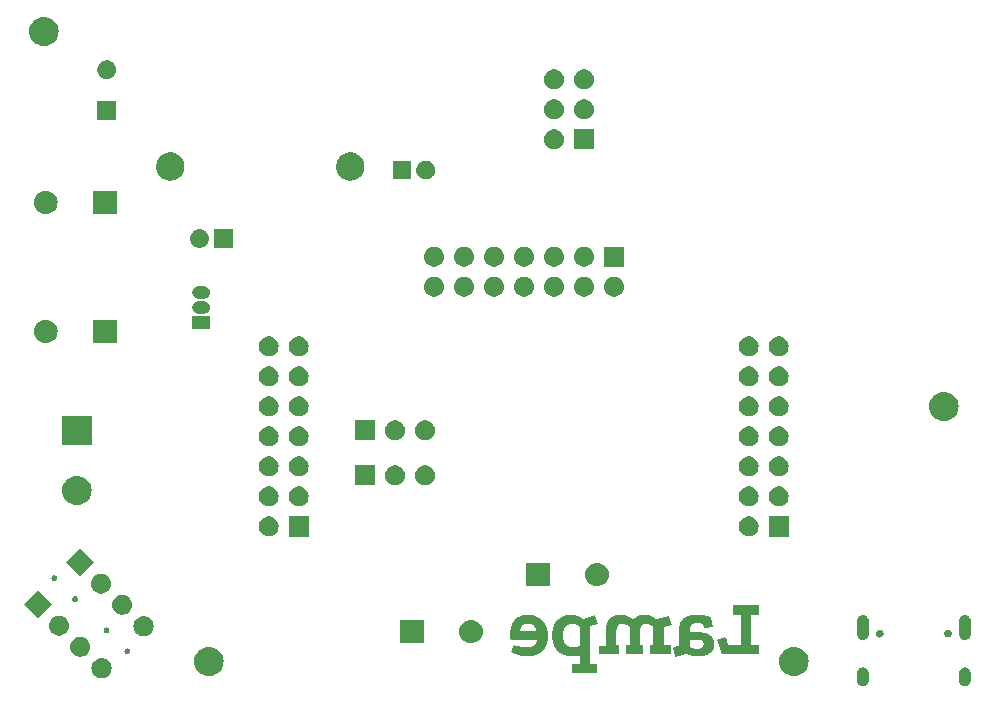
<source format=gbr>
%TF.GenerationSoftware,KiCad,Pcbnew,7.0.9*%
%TF.CreationDate,2024-01-16T00:09:28+01:00*%
%TF.ProjectId,JLCPCB,4a4c4350-4342-42e6-9b69-6361645f7063,1*%
%TF.SameCoordinates,Original*%
%TF.FileFunction,Soldermask,Bot*%
%TF.FilePolarity,Negative*%
%FSLAX46Y46*%
G04 Gerber Fmt 4.6, Leading zero omitted, Abs format (unit mm)*
G04 Created by KiCad (PCBNEW 7.0.9) date 2024-01-16 00:09:28*
%MOMM*%
%LPD*%
G01*
G04 APERTURE LIST*
G04 APERTURE END LIST*
G36*
X137935061Y-105919089D02*
G01*
X137991157Y-105919089D01*
X138008196Y-105924092D01*
X138021612Y-105925010D01*
X138070527Y-105942394D01*
X138127708Y-105959184D01*
X138140002Y-105967085D01*
X138149774Y-105970558D01*
X138194176Y-106001900D01*
X138247430Y-106036125D01*
X138254941Y-106044793D01*
X138260889Y-106048992D01*
X138296380Y-106092616D01*
X138340627Y-106143680D01*
X138344086Y-106151255D01*
X138346727Y-106154501D01*
X138369275Y-106206411D01*
X138399746Y-106273134D01*
X138400482Y-106278257D01*
X138400916Y-106279255D01*
X138407205Y-106325012D01*
X138420000Y-106414000D01*
X138420000Y-107014000D01*
X138419732Y-107015860D01*
X138415344Y-107080004D01*
X138405414Y-107115444D01*
X138399746Y-107154866D01*
X138385832Y-107185331D01*
X138378088Y-107212974D01*
X138358496Y-107245191D01*
X138340627Y-107284320D01*
X138320757Y-107307251D01*
X138307417Y-107329188D01*
X138277700Y-107356940D01*
X138247430Y-107391875D01*
X138224551Y-107406578D01*
X138208014Y-107422023D01*
X138169325Y-107442070D01*
X138127708Y-107468816D01*
X138104632Y-107475591D01*
X138087249Y-107484599D01*
X138041767Y-107494050D01*
X137991157Y-107508911D01*
X137970257Y-107508911D01*
X137954083Y-107512272D01*
X137904953Y-107508911D01*
X137848843Y-107508911D01*
X137831799Y-107503906D01*
X137818387Y-107502989D01*
X137769482Y-107485608D01*
X137712292Y-107468816D01*
X137699995Y-107460913D01*
X137690225Y-107457441D01*
X137645828Y-107426102D01*
X137592570Y-107391875D01*
X137585057Y-107383205D01*
X137579110Y-107379007D01*
X137543616Y-107335380D01*
X137499373Y-107284320D01*
X137495913Y-107276745D01*
X137493272Y-107273498D01*
X137470713Y-107221562D01*
X137440254Y-107154866D01*
X137439517Y-107149744D01*
X137439083Y-107148744D01*
X137432782Y-107102903D01*
X137420000Y-107014000D01*
X137420000Y-106414000D01*
X137420267Y-106412141D01*
X137424655Y-106347995D01*
X137434587Y-106312545D01*
X137440254Y-106273134D01*
X137454163Y-106242675D01*
X137461911Y-106215025D01*
X137481508Y-106182797D01*
X137499373Y-106143680D01*
X137519237Y-106120755D01*
X137532582Y-106098811D01*
X137562308Y-106071048D01*
X137592570Y-106036125D01*
X137615441Y-106021426D01*
X137631985Y-106005976D01*
X137670686Y-105985922D01*
X137712292Y-105959184D01*
X137735361Y-105952410D01*
X137752750Y-105943400D01*
X137798246Y-105933945D01*
X137848843Y-105919089D01*
X137869738Y-105919089D01*
X137885916Y-105915727D01*
X137935061Y-105919089D01*
G37*
G36*
X146575061Y-105919089D02*
G01*
X146631157Y-105919089D01*
X146648196Y-105924092D01*
X146661612Y-105925010D01*
X146710527Y-105942394D01*
X146767708Y-105959184D01*
X146780002Y-105967085D01*
X146789774Y-105970558D01*
X146834176Y-106001900D01*
X146887430Y-106036125D01*
X146894941Y-106044793D01*
X146900889Y-106048992D01*
X146936380Y-106092616D01*
X146980627Y-106143680D01*
X146984086Y-106151255D01*
X146986727Y-106154501D01*
X147009275Y-106206411D01*
X147039746Y-106273134D01*
X147040482Y-106278257D01*
X147040916Y-106279255D01*
X147047205Y-106325012D01*
X147060000Y-106414000D01*
X147060000Y-107014000D01*
X147059732Y-107015860D01*
X147055344Y-107080004D01*
X147045414Y-107115444D01*
X147039746Y-107154866D01*
X147025832Y-107185331D01*
X147018088Y-107212974D01*
X146998496Y-107245191D01*
X146980627Y-107284320D01*
X146960757Y-107307251D01*
X146947417Y-107329188D01*
X146917700Y-107356940D01*
X146887430Y-107391875D01*
X146864551Y-107406578D01*
X146848014Y-107422023D01*
X146809325Y-107442070D01*
X146767708Y-107468816D01*
X146744632Y-107475591D01*
X146727249Y-107484599D01*
X146681767Y-107494050D01*
X146631157Y-107508911D01*
X146610257Y-107508911D01*
X146594083Y-107512272D01*
X146544953Y-107508911D01*
X146488843Y-107508911D01*
X146471799Y-107503906D01*
X146458387Y-107502989D01*
X146409482Y-107485608D01*
X146352292Y-107468816D01*
X146339995Y-107460913D01*
X146330225Y-107457441D01*
X146285828Y-107426102D01*
X146232570Y-107391875D01*
X146225057Y-107383205D01*
X146219110Y-107379007D01*
X146183616Y-107335380D01*
X146139373Y-107284320D01*
X146135913Y-107276745D01*
X146133272Y-107273498D01*
X146110713Y-107221562D01*
X146080254Y-107154866D01*
X146079517Y-107149744D01*
X146079083Y-107148744D01*
X146072782Y-107102903D01*
X146060000Y-107014000D01*
X146060000Y-106414000D01*
X146060267Y-106412141D01*
X146064655Y-106347995D01*
X146074587Y-106312545D01*
X146080254Y-106273134D01*
X146094163Y-106242675D01*
X146101911Y-106215025D01*
X146121508Y-106182797D01*
X146139373Y-106143680D01*
X146159237Y-106120755D01*
X146172582Y-106098811D01*
X146202308Y-106071048D01*
X146232570Y-106036125D01*
X146255441Y-106021426D01*
X146271985Y-106005976D01*
X146310686Y-105985922D01*
X146352292Y-105959184D01*
X146375361Y-105952410D01*
X146392750Y-105943400D01*
X146438246Y-105933945D01*
X146488843Y-105919089D01*
X146509738Y-105919089D01*
X146525916Y-105915727D01*
X146575061Y-105919089D01*
G37*
G36*
X73722818Y-105163756D02*
G01*
X73885154Y-105236032D01*
X74028915Y-105340481D01*
X74147818Y-105472537D01*
X74236668Y-105626428D01*
X74291579Y-105795429D01*
X74310154Y-105972154D01*
X74291579Y-106148879D01*
X74236668Y-106317880D01*
X74147818Y-106471771D01*
X74028915Y-106603827D01*
X73885154Y-106708276D01*
X73722818Y-106780552D01*
X73549003Y-106817498D01*
X73371305Y-106817498D01*
X73197490Y-106780552D01*
X73035154Y-106708276D01*
X72891393Y-106603827D01*
X72772490Y-106471771D01*
X72683640Y-106317880D01*
X72628729Y-106148879D01*
X72610154Y-105972154D01*
X72628729Y-105795429D01*
X72683640Y-105626428D01*
X72772490Y-105472537D01*
X72891393Y-105340481D01*
X73035154Y-105236032D01*
X73197490Y-105163756D01*
X73371305Y-105126810D01*
X73549003Y-105126810D01*
X73722818Y-105163756D01*
G37*
G36*
X82767060Y-104178990D02*
G01*
X82977525Y-104235384D01*
X83175000Y-104327468D01*
X83353485Y-104452444D01*
X83507556Y-104606515D01*
X83632532Y-104785000D01*
X83724616Y-104982475D01*
X83781010Y-105192940D01*
X83800000Y-105410000D01*
X83781010Y-105627060D01*
X83724616Y-105837525D01*
X83632532Y-106035000D01*
X83507556Y-106213485D01*
X83353485Y-106367556D01*
X83175000Y-106492532D01*
X82977525Y-106584616D01*
X82767060Y-106641010D01*
X82550000Y-106660000D01*
X82332940Y-106641010D01*
X82122475Y-106584616D01*
X81925000Y-106492532D01*
X81746515Y-106367556D01*
X81592444Y-106213485D01*
X81467468Y-106035000D01*
X81375384Y-105837525D01*
X81318990Y-105627060D01*
X81300000Y-105410000D01*
X81318990Y-105192940D01*
X81375384Y-104982475D01*
X81467468Y-104785000D01*
X81592444Y-104606515D01*
X81746515Y-104452444D01*
X81925000Y-104327468D01*
X82122475Y-104235384D01*
X82332940Y-104178990D01*
X82550000Y-104160000D01*
X82767060Y-104178990D01*
G37*
G36*
X132297060Y-104178990D02*
G01*
X132507525Y-104235384D01*
X132705000Y-104327468D01*
X132883485Y-104452444D01*
X133037556Y-104606515D01*
X133162532Y-104785000D01*
X133254616Y-104982475D01*
X133311010Y-105192940D01*
X133330000Y-105410000D01*
X133311010Y-105627060D01*
X133254616Y-105837525D01*
X133162532Y-106035000D01*
X133037556Y-106213485D01*
X132883485Y-106367556D01*
X132705000Y-106492532D01*
X132507525Y-106584616D01*
X132297060Y-106641010D01*
X132080000Y-106660000D01*
X131862940Y-106641010D01*
X131652475Y-106584616D01*
X131455000Y-106492532D01*
X131276515Y-106367556D01*
X131122444Y-106213485D01*
X130997468Y-106035000D01*
X130905384Y-105837525D01*
X130848990Y-105627060D01*
X130830000Y-105410000D01*
X130848990Y-105192940D01*
X130905384Y-104982475D01*
X130997468Y-104785000D01*
X131122444Y-104606515D01*
X131276515Y-104452444D01*
X131455000Y-104327468D01*
X131652475Y-104235384D01*
X131862940Y-104178990D01*
X132080000Y-104160000D01*
X132297060Y-104178990D01*
G37*
G36*
X113288270Y-101454563D02*
G01*
X113352809Y-101458599D01*
X113417223Y-101465325D01*
X113481513Y-101474742D01*
X113545679Y-101486849D01*
X113609721Y-101501647D01*
X113673640Y-101519135D01*
X113737434Y-101539314D01*
X113801104Y-101562183D01*
X113864650Y-101587742D01*
X113928072Y-101615992D01*
X113991370Y-101646933D01*
X114054544Y-101680564D01*
X114117594Y-101716886D01*
X114180520Y-101755898D01*
X114230387Y-101789011D01*
X114258026Y-101792616D01*
X115253778Y-101455113D01*
X115253783Y-101455112D01*
X115259372Y-101453218D01*
X115490181Y-102234795D01*
X114846281Y-102444711D01*
X114823399Y-102476238D01*
X114823399Y-105560430D01*
X114858546Y-105595577D01*
X115408558Y-105595577D01*
X115414466Y-105595577D01*
X115414466Y-106377154D01*
X115408558Y-106377154D01*
X113341868Y-106377154D01*
X113335960Y-106377154D01*
X113335960Y-105595577D01*
X113895544Y-105595577D01*
X113930691Y-105560430D01*
X113930691Y-104944315D01*
X113886308Y-104908298D01*
X113835343Y-104919020D01*
X113791362Y-104927305D01*
X113778192Y-104929786D01*
X113721084Y-104939285D01*
X113668940Y-104946807D01*
X113664018Y-104947517D01*
X113606995Y-104954483D01*
X113550016Y-104960183D01*
X113493079Y-104964616D01*
X113436185Y-104967782D01*
X113379334Y-104969682D01*
X113322526Y-104970315D01*
X113227539Y-104968464D01*
X113134917Y-104962911D01*
X113044662Y-104953657D01*
X113008806Y-104948371D01*
X112956779Y-104940701D01*
X112956778Y-104940701D01*
X112946587Y-104938716D01*
X112871249Y-104924042D01*
X112842845Y-104917087D01*
X112788102Y-104903685D01*
X112707302Y-104879622D01*
X112639227Y-104855521D01*
X112628877Y-104851857D01*
X112552818Y-104820392D01*
X112552813Y-104820390D01*
X112552814Y-104820391D01*
X112479114Y-104785220D01*
X112407805Y-104746360D01*
X112407806Y-104746360D01*
X112407799Y-104746356D01*
X112338838Y-104703785D01*
X112338833Y-104703782D01*
X112338834Y-104703782D01*
X112272240Y-104657510D01*
X112272241Y-104657510D01*
X112208016Y-104607538D01*
X112208011Y-104607534D01*
X112146155Y-104553864D01*
X112146155Y-104553863D01*
X112146153Y-104553862D01*
X112086657Y-104496484D01*
X112086656Y-104496483D01*
X112030023Y-104435738D01*
X111977035Y-104372245D01*
X111977034Y-104372244D01*
X111927704Y-104306017D01*
X111882028Y-104237052D01*
X111840006Y-104165349D01*
X111810443Y-104107993D01*
X111801639Y-104090912D01*
X111801640Y-104090913D01*
X111801637Y-104090907D01*
X111777703Y-104037695D01*
X111766921Y-104013723D01*
X111735864Y-103933811D01*
X111735865Y-103933811D01*
X111735864Y-103933809D01*
X111708461Y-103851161D01*
X111708460Y-103851161D01*
X111684709Y-103765770D01*
X111683897Y-103762212D01*
X111664609Y-103677626D01*
X111648165Y-103586756D01*
X111635376Y-103493147D01*
X111626241Y-103396799D01*
X111623043Y-103347599D01*
X111620759Y-103297714D01*
X111619389Y-103247145D01*
X111618986Y-103201997D01*
X112532401Y-103201997D01*
X112532599Y-103230206D01*
X112534182Y-103285523D01*
X112537350Y-103339371D01*
X112542101Y-103391750D01*
X112548436Y-103442659D01*
X112556247Y-103491425D01*
X112556487Y-103492736D01*
X112571025Y-103562650D01*
X112571427Y-103564334D01*
X112574824Y-103576900D01*
X112589369Y-103630697D01*
X112589916Y-103632497D01*
X112601543Y-103666777D01*
X112611266Y-103695446D01*
X112611971Y-103697318D01*
X112636724Y-103756914D01*
X112637599Y-103758828D01*
X112665740Y-103815090D01*
X112666777Y-103816988D01*
X112698321Y-103869981D01*
X112699537Y-103871858D01*
X112734421Y-103921515D01*
X112735915Y-103923462D01*
X112754582Y-103945818D01*
X112773954Y-103969017D01*
X112775833Y-103971067D01*
X112817005Y-104011987D01*
X112819103Y-104013883D01*
X112848910Y-104038330D01*
X112863484Y-104050283D01*
X112865806Y-104052007D01*
X112913451Y-104083946D01*
X112915905Y-104085426D01*
X112921472Y-104088431D01*
X112966878Y-104112938D01*
X112969395Y-104114149D01*
X112993516Y-104124399D01*
X113023773Y-104137256D01*
X113026276Y-104138190D01*
X113084142Y-104156890D01*
X113086578Y-104157566D01*
X113147961Y-104171831D01*
X113150278Y-104172274D01*
X113215242Y-104182074D01*
X113217406Y-104182321D01*
X113286137Y-104187633D01*
X113287813Y-104187716D01*
X113335960Y-104188738D01*
X113358427Y-104188635D01*
X113424326Y-104187097D01*
X113487971Y-104183712D01*
X113549362Y-104178482D01*
X113608499Y-104171405D01*
X113665382Y-104162482D01*
X113720011Y-104151713D01*
X113772386Y-104139097D01*
X113781068Y-104136592D01*
X113821843Y-104124826D01*
X113823200Y-104124399D01*
X113869532Y-104108615D01*
X113871193Y-104107993D01*
X113910293Y-104092037D01*
X113930691Y-104061681D01*
X113930691Y-102485132D01*
X113919488Y-102461058D01*
X113897456Y-102442510D01*
X113896103Y-102441437D01*
X113845009Y-102403223D01*
X113843270Y-102402016D01*
X113790304Y-102367947D01*
X113788483Y-102366865D01*
X113733474Y-102336812D01*
X113731582Y-102335864D01*
X113674488Y-102309805D01*
X113672546Y-102309001D01*
X113613388Y-102286948D01*
X113611389Y-102286283D01*
X113593671Y-102281060D01*
X113550113Y-102268222D01*
X113548174Y-102267722D01*
X113484712Y-102253645D01*
X113482838Y-102253294D01*
X113417189Y-102243220D01*
X113415347Y-102242997D01*
X113347528Y-102236945D01*
X113345761Y-102236841D01*
X113275658Y-102234816D01*
X113274148Y-102234812D01*
X113243005Y-102235519D01*
X113230835Y-102235796D01*
X113229067Y-102235888D01*
X113185415Y-102239497D01*
X113166279Y-102241079D01*
X113163977Y-102241358D01*
X113153830Y-102242995D01*
X113104627Y-102250931D01*
X113102188Y-102251428D01*
X113046057Y-102265360D01*
X113043542Y-102266105D01*
X112990617Y-102284359D01*
X112988021Y-102285393D01*
X112938213Y-102307961D01*
X112935673Y-102309262D01*
X112888894Y-102336159D01*
X112886453Y-102337727D01*
X112842653Y-102368968D01*
X112840389Y-102370756D01*
X112832098Y-102377984D01*
X112799515Y-102406383D01*
X112797456Y-102408357D01*
X112759447Y-102448441D01*
X112757656Y-102450512D01*
X112754911Y-102453994D01*
X112728555Y-102487426D01*
X112722190Y-102495499D01*
X112721233Y-102496782D01*
X112710477Y-102512032D01*
X112709646Y-102513276D01*
X112677906Y-102563413D01*
X112676813Y-102565286D01*
X112655310Y-102605456D01*
X112648431Y-102618306D01*
X112647506Y-102620190D01*
X112622276Y-102676455D01*
X112621524Y-102678291D01*
X112599449Y-102737849D01*
X112598868Y-102739583D01*
X112586047Y-102782233D01*
X112579975Y-102802432D01*
X112579522Y-102804115D01*
X112563823Y-102870287D01*
X112563497Y-102871857D01*
X112550886Y-102942059D01*
X112544231Y-102991185D01*
X112539439Y-103037996D01*
X112539055Y-103041741D01*
X112536196Y-103081951D01*
X112535358Y-103093727D01*
X112533140Y-103147147D01*
X112532401Y-103201997D01*
X111618986Y-103201997D01*
X111618932Y-103195891D01*
X111619405Y-103142525D01*
X111620821Y-103089893D01*
X111623183Y-103037996D01*
X111626489Y-102986834D01*
X111630739Y-102936406D01*
X111635934Y-102886714D01*
X111642073Y-102837755D01*
X111653054Y-102765695D01*
X111666159Y-102695288D01*
X111677204Y-102645428D01*
X111681390Y-102626533D01*
X111698745Y-102559432D01*
X111718226Y-102493985D01*
X111739832Y-102430189D01*
X111755179Y-102388697D01*
X111779647Y-102328282D01*
X111805854Y-102270058D01*
X111833800Y-102214022D01*
X111863485Y-102160177D01*
X111894909Y-102108521D01*
X111924866Y-102063836D01*
X111928071Y-102059055D01*
X111962973Y-102011778D01*
X111999613Y-101966691D01*
X112024691Y-101938659D01*
X112037988Y-101923796D01*
X112078108Y-101883085D01*
X112091924Y-101870000D01*
X112105567Y-101857077D01*
X112147828Y-101819568D01*
X112191377Y-101783862D01*
X112236213Y-101749959D01*
X112282338Y-101717859D01*
X112329751Y-101687562D01*
X112378451Y-101659069D01*
X112428440Y-101632379D01*
X112479717Y-101607492D01*
X112532281Y-101584408D01*
X112586134Y-101563127D01*
X112622541Y-101549818D01*
X112678011Y-101531464D01*
X112734512Y-101515042D01*
X112792042Y-101500552D01*
X112850603Y-101487994D01*
X112910195Y-101477368D01*
X112970817Y-101468674D01*
X113032469Y-101461912D01*
X113095151Y-101457082D01*
X113158864Y-101454184D01*
X113223607Y-101453218D01*
X113223608Y-101453218D01*
X113288270Y-101454563D01*
G37*
G36*
X123970517Y-101454029D02*
G01*
X124047211Y-101456462D01*
X124123436Y-101460517D01*
X124199194Y-101466193D01*
X124274485Y-101473492D01*
X124349308Y-101482413D01*
X124423664Y-101492955D01*
X124497552Y-101505120D01*
X124570973Y-101518906D01*
X124643926Y-101534314D01*
X124716412Y-101551344D01*
X124788430Y-101569997D01*
X124859981Y-101590271D01*
X124931064Y-101612167D01*
X125001680Y-101635685D01*
X125066265Y-101658830D01*
X125066266Y-101658830D01*
X125071828Y-101660824D01*
X125206162Y-102453392D01*
X124453894Y-102547426D01*
X124452184Y-102530329D01*
X124425466Y-102263149D01*
X124402670Y-102235180D01*
X124346054Y-102217495D01*
X124298723Y-102204723D01*
X124292768Y-102203326D01*
X124250685Y-102193453D01*
X124201937Y-102183685D01*
X124152482Y-102175421D01*
X124102318Y-102168659D01*
X124051445Y-102163399D01*
X123999865Y-102159643D01*
X123947575Y-102157389D01*
X123894578Y-102156637D01*
X123862100Y-102156992D01*
X123852571Y-102157389D01*
X123810161Y-102159156D01*
X123761685Y-102163227D01*
X123760252Y-102163385D01*
X123706459Y-102170721D01*
X123704638Y-102171029D01*
X123655237Y-102181003D01*
X123652965Y-102181557D01*
X123633706Y-102187049D01*
X123600080Y-102196641D01*
X123598012Y-102197315D01*
X123549815Y-102215007D01*
X123547785Y-102215837D01*
X123500510Y-102237237D01*
X123499065Y-102237891D01*
X123496549Y-102239176D01*
X123487153Y-102244546D01*
X123455223Y-102262796D01*
X123452180Y-102264790D01*
X123414058Y-102293246D01*
X123410572Y-102296296D01*
X123394920Y-102312290D01*
X123382601Y-102324879D01*
X123379259Y-102328955D01*
X123351775Y-102369236D01*
X123349496Y-102373194D01*
X123347153Y-102378089D01*
X123328852Y-102416330D01*
X123327565Y-102419468D01*
X123312277Y-102463748D01*
X123311865Y-102465044D01*
X123310022Y-102471316D01*
X123297099Y-102519109D01*
X123285346Y-102571464D01*
X123285068Y-102572869D01*
X123276471Y-102622750D01*
X123276248Y-102624291D01*
X123271219Y-102667363D01*
X123270617Y-102672527D01*
X123270489Y-102673884D01*
X123266797Y-102726410D01*
X123264402Y-102780097D01*
X123262999Y-102831417D01*
X123262198Y-102887631D01*
X123262136Y-102902613D01*
X123297234Y-102938214D01*
X123999602Y-102938214D01*
X124082024Y-102939208D01*
X124161828Y-102942188D01*
X124239016Y-102947155D01*
X124313588Y-102954109D01*
X124385543Y-102963050D01*
X124454881Y-102973978D01*
X124521603Y-102986892D01*
X124585708Y-103001793D01*
X124647198Y-103018682D01*
X124674773Y-103027523D01*
X124706070Y-103037557D01*
X124762326Y-103058419D01*
X124815965Y-103081268D01*
X124815967Y-103081269D01*
X124815966Y-103081268D01*
X124866998Y-103106109D01*
X124885159Y-103116173D01*
X124915394Y-103132927D01*
X124915404Y-103132933D01*
X124915403Y-103132932D01*
X124961188Y-103161739D01*
X124979998Y-103175157D01*
X125004356Y-103192532D01*
X125044913Y-103225315D01*
X125082853Y-103260085D01*
X125082859Y-103260091D01*
X125082862Y-103260094D01*
X125118171Y-103296836D01*
X125118176Y-103296842D01*
X125150029Y-103334575D01*
X125150886Y-103335590D01*
X125150887Y-103335591D01*
X125180977Y-103376323D01*
X125208452Y-103419041D01*
X125208451Y-103419041D01*
X125233304Y-103463737D01*
X125255547Y-103510434D01*
X125275171Y-103559113D01*
X125292176Y-103609772D01*
X125306566Y-103662419D01*
X125313683Y-103695446D01*
X125318342Y-103717063D01*
X125327500Y-103773688D01*
X125334041Y-103832301D01*
X125337966Y-103892900D01*
X125338684Y-103927280D01*
X125339274Y-103955493D01*
X125337838Y-104014647D01*
X125333531Y-104072153D01*
X125333531Y-104072152D01*
X125326351Y-104127997D01*
X125326351Y-104127996D01*
X125320990Y-104156890D01*
X125316300Y-104182174D01*
X125316297Y-104182183D01*
X125316297Y-104182187D01*
X125316297Y-104182188D01*
X125309509Y-104209774D01*
X125303377Y-104234696D01*
X125287583Y-104285557D01*
X125287581Y-104285562D01*
X125287582Y-104285561D01*
X125268911Y-104334772D01*
X125247380Y-104382296D01*
X125222965Y-104428188D01*
X125195687Y-104472401D01*
X125165531Y-104514967D01*
X125165532Y-104514966D01*
X125132512Y-104555859D01*
X125132513Y-104555859D01*
X125121014Y-104568428D01*
X125096610Y-104595106D01*
X125083790Y-104607533D01*
X125057844Y-104632685D01*
X125057843Y-104632686D01*
X125016212Y-104668599D01*
X125016206Y-104668603D01*
X125016201Y-104668608D01*
X124971689Y-104702869D01*
X124924643Y-104735255D01*
X124893392Y-104754484D01*
X124875396Y-104765557D01*
X124823984Y-104793752D01*
X124823972Y-104793757D01*
X124823970Y-104793759D01*
X124770341Y-104819877D01*
X124714518Y-104843905D01*
X124656501Y-104865844D01*
X124596289Y-104885693D01*
X124533884Y-104903453D01*
X124469283Y-104919124D01*
X124402489Y-104932705D01*
X124333499Y-104944197D01*
X124301901Y-104948371D01*
X124262317Y-104953600D01*
X124227288Y-104957091D01*
X124188938Y-104960913D01*
X124113366Y-104966136D01*
X124035599Y-104969270D01*
X123955639Y-104970315D01*
X123889268Y-104969437D01*
X123823270Y-104966804D01*
X123757644Y-104962415D01*
X123692391Y-104956271D01*
X123627509Y-104948371D01*
X123562999Y-104938716D01*
X123498862Y-104927305D01*
X123435096Y-104914139D01*
X123371703Y-104899217D01*
X123308681Y-104882540D01*
X123246032Y-104864107D01*
X123183755Y-104843919D01*
X123121850Y-104821976D01*
X123060317Y-104798276D01*
X122999156Y-104772822D01*
X122949494Y-104750592D01*
X122926821Y-104749529D01*
X122045660Y-105048473D01*
X122025060Y-104982554D01*
X121803179Y-104272536D01*
X121803178Y-104272533D01*
X121801417Y-104266896D01*
X121806955Y-104265128D01*
X121806959Y-104265127D01*
X122209819Y-104136592D01*
X123261989Y-104136592D01*
X123277295Y-104163916D01*
X123297189Y-104176102D01*
X123299656Y-104177613D01*
X123319577Y-104188635D01*
X123356440Y-104209030D01*
X123357875Y-104209774D01*
X123398461Y-104229454D01*
X123415127Y-104237535D01*
X123416609Y-104238205D01*
X123475022Y-104262695D01*
X123476533Y-104263280D01*
X123502517Y-104272536D01*
X123536101Y-104284498D01*
X123537664Y-104285007D01*
X123598402Y-104302961D01*
X123599980Y-104303381D01*
X123661920Y-104318077D01*
X123663496Y-104318407D01*
X123726644Y-104329844D01*
X123728189Y-104330082D01*
X123792560Y-104338257D01*
X123794101Y-104338413D01*
X123859706Y-104343323D01*
X123861194Y-104343397D01*
X123928772Y-104345053D01*
X123943628Y-104344951D01*
X124000033Y-104342529D01*
X124001917Y-104342389D01*
X124053954Y-104336857D01*
X124056041Y-104336561D01*
X124104563Y-104327925D01*
X124106848Y-104327425D01*
X124151697Y-104315777D01*
X124154481Y-104314907D01*
X124205981Y-104296032D01*
X124209266Y-104294600D01*
X124255315Y-104271167D01*
X124258661Y-104269182D01*
X124299716Y-104241073D01*
X124302627Y-104238805D01*
X124323414Y-104220451D01*
X124326046Y-104217820D01*
X124357377Y-104182345D01*
X124360218Y-104178565D01*
X124385397Y-104138927D01*
X124387560Y-104134867D01*
X124407030Y-104090392D01*
X124408461Y-104086362D01*
X124422187Y-104036795D01*
X124422973Y-104033039D01*
X124430856Y-103978000D01*
X124431135Y-103974971D01*
X124433087Y-103927280D01*
X124433096Y-103925081D01*
X124431494Y-103875622D01*
X124431307Y-103873116D01*
X124424831Y-103817590D01*
X124424241Y-103814218D01*
X124413102Y-103766685D01*
X124411677Y-103762212D01*
X124392355Y-103714746D01*
X124389359Y-103709159D01*
X124381297Y-103697318D01*
X124364282Y-103672325D01*
X124359410Y-103666777D01*
X124327854Y-103638696D01*
X124323140Y-103635259D01*
X124298274Y-103620594D01*
X124294696Y-103618796D01*
X124247252Y-103598816D01*
X124243813Y-103597610D01*
X124197711Y-103584527D01*
X124195079Y-103583907D01*
X124142155Y-103573968D01*
X124140145Y-103573661D01*
X124106426Y-103569688D01*
X124093338Y-103568147D01*
X124091788Y-103568005D01*
X124040750Y-103564664D01*
X124039438Y-103564607D01*
X123983727Y-103563476D01*
X123297136Y-103563476D01*
X123261989Y-103598623D01*
X123261989Y-104136592D01*
X122209819Y-104136592D01*
X122299455Y-104107993D01*
X122348619Y-104092306D01*
X122371724Y-104060682D01*
X122371724Y-102927224D01*
X122371767Y-102892668D01*
X122372029Y-102838228D01*
X122372530Y-102787722D01*
X122373446Y-102732309D01*
X122374705Y-102682563D01*
X122376609Y-102631691D01*
X122377739Y-102610939D01*
X122382047Y-102557844D01*
X122387600Y-102507126D01*
X122391071Y-102480613D01*
X122394870Y-102451599D01*
X122402240Y-102401653D01*
X122410803Y-102348368D01*
X122416545Y-102315778D01*
X122418346Y-102307067D01*
X122427213Y-102264180D01*
X122439255Y-102215970D01*
X122451577Y-102175535D01*
X122455509Y-102162630D01*
X122465195Y-102136888D01*
X122473740Y-102114178D01*
X122473740Y-102114177D01*
X122497504Y-102063836D01*
X122497504Y-102063835D01*
X122500119Y-102059055D01*
X122512392Y-102036615D01*
X122523272Y-102018631D01*
X122537857Y-101994526D01*
X122539558Y-101991988D01*
X122567118Y-101950863D01*
X122600148Y-101905668D01*
X122612807Y-101889499D01*
X122630559Y-101866825D01*
X122663593Y-101826909D01*
X122674627Y-101814161D01*
X122677528Y-101810809D01*
X122714075Y-101772605D01*
X122717058Y-101769906D01*
X122726375Y-101761475D01*
X122753067Y-101737322D01*
X122769484Y-101724501D01*
X122794501Y-101704963D01*
X122794504Y-101704961D01*
X122829234Y-101681661D01*
X122838387Y-101675520D01*
X122838386Y-101675521D01*
X122884709Y-101649006D01*
X122894610Y-101644216D01*
X122933482Y-101625409D01*
X122964219Y-101612093D01*
X123018738Y-101590757D01*
X123027356Y-101587742D01*
X123065315Y-101574462D01*
X123114527Y-101558853D01*
X123166372Y-101543931D01*
X123220849Y-101529696D01*
X123277960Y-101516149D01*
X123337704Y-101503288D01*
X123399547Y-101491553D01*
X123463566Y-101481382D01*
X123513007Y-101474781D01*
X123563672Y-101469060D01*
X123615560Y-101464220D01*
X123668672Y-101460259D01*
X123709512Y-101457944D01*
X123723007Y-101457179D01*
X123778567Y-101454978D01*
X123835350Y-101453658D01*
X123893357Y-101453218D01*
X123970517Y-101454029D01*
G37*
G36*
X71926766Y-103367704D02*
G01*
X72089102Y-103439980D01*
X72232863Y-103544429D01*
X72351766Y-103676485D01*
X72440616Y-103830376D01*
X72495527Y-103999377D01*
X72514102Y-104176102D01*
X72495527Y-104352827D01*
X72440616Y-104521828D01*
X72351766Y-104675719D01*
X72232863Y-104807775D01*
X72089102Y-104912224D01*
X71926766Y-104984500D01*
X71752951Y-105021446D01*
X71575253Y-105021446D01*
X71401438Y-104984500D01*
X71239102Y-104912224D01*
X71095341Y-104807775D01*
X70976438Y-104675719D01*
X70887588Y-104521828D01*
X70832677Y-104352827D01*
X70814102Y-104176102D01*
X70832677Y-103999377D01*
X70887588Y-103830376D01*
X70976438Y-103676485D01*
X71095341Y-103544429D01*
X71239102Y-103439980D01*
X71401438Y-103367704D01*
X71575253Y-103330758D01*
X71752951Y-103330758D01*
X71926766Y-103367704D01*
G37*
G36*
X109596788Y-101453681D02*
G01*
X109667488Y-101456110D01*
X109736965Y-101460622D01*
X109805218Y-101467215D01*
X109872248Y-101475891D01*
X109938054Y-101486650D01*
X110002636Y-101499490D01*
X110065995Y-101514413D01*
X110128130Y-101531419D01*
X110189042Y-101550506D01*
X110248730Y-101571676D01*
X110275123Y-101582018D01*
X110287614Y-101586912D01*
X110336193Y-101607756D01*
X110344632Y-101611377D01*
X110400084Y-101637774D01*
X110453969Y-101666103D01*
X110506287Y-101696364D01*
X110557038Y-101728556D01*
X110606221Y-101762681D01*
X110653838Y-101798738D01*
X110699888Y-101836727D01*
X110744370Y-101876648D01*
X110787285Y-101918501D01*
X110814973Y-101947294D01*
X110855001Y-101991988D01*
X110893226Y-102038485D01*
X110929648Y-102086785D01*
X110964266Y-102136888D01*
X110997081Y-102188794D01*
X111028094Y-102242504D01*
X111057303Y-102298017D01*
X111084708Y-102355333D01*
X111110311Y-102414452D01*
X111134110Y-102475374D01*
X111148898Y-102516800D01*
X111169292Y-102580298D01*
X111182245Y-102626533D01*
X111187538Y-102645428D01*
X111203638Y-102712190D01*
X111217592Y-102780582D01*
X111229398Y-102850607D01*
X111239058Y-102922262D01*
X111244306Y-102970939D01*
X111248599Y-103020341D01*
X111251938Y-103070468D01*
X111254324Y-103121320D01*
X111255755Y-103172897D01*
X111256232Y-103225201D01*
X111256115Y-103251439D01*
X111255180Y-103303360D01*
X111253564Y-103347599D01*
X111253310Y-103354536D01*
X111250505Y-103404969D01*
X111246765Y-103454657D01*
X111242090Y-103503601D01*
X111233324Y-103575621D01*
X111223579Y-103638696D01*
X111222455Y-103645967D01*
X111209482Y-103714640D01*
X111194405Y-103781637D01*
X111177225Y-103846961D01*
X111168920Y-103874371D01*
X111157941Y-103910609D01*
X111136553Y-103972583D01*
X111121044Y-104012931D01*
X111096297Y-104071914D01*
X111069768Y-104129051D01*
X111041457Y-104184342D01*
X111011364Y-104237787D01*
X110979490Y-104289385D01*
X110945833Y-104339138D01*
X110910396Y-104387044D01*
X110873176Y-104433105D01*
X110834175Y-104477319D01*
X110793392Y-104519687D01*
X110765094Y-104546902D01*
X110721287Y-104586168D01*
X110675850Y-104623566D01*
X110628780Y-104659097D01*
X110580080Y-104692761D01*
X110529748Y-104724556D01*
X110477784Y-104754484D01*
X110424189Y-104782545D01*
X110371513Y-104807528D01*
X110368962Y-104808738D01*
X110312104Y-104833063D01*
X110253615Y-104855521D01*
X110213802Y-104869422D01*
X110181475Y-104879621D01*
X110153044Y-104888591D01*
X110091041Y-104905743D01*
X110055952Y-104914139D01*
X110027793Y-104920877D01*
X109963300Y-104933993D01*
X109897562Y-104945092D01*
X109830579Y-104954172D01*
X109762351Y-104961235D01*
X109739266Y-104962911D01*
X109692877Y-104966279D01*
X109622159Y-104969306D01*
X109550195Y-104970315D01*
X109452436Y-104968846D01*
X109355774Y-104964438D01*
X109260210Y-104957091D01*
X109165742Y-104946807D01*
X109072372Y-104933583D01*
X108980098Y-104917421D01*
X108888922Y-104898321D01*
X108798843Y-104876281D01*
X108709862Y-104851304D01*
X108621977Y-104823388D01*
X108535190Y-104792533D01*
X108449500Y-104758740D01*
X108364907Y-104722008D01*
X108281411Y-104682337D01*
X108199013Y-104639728D01*
X108117711Y-104594181D01*
X108120095Y-104589472D01*
X108120097Y-104589469D01*
X108399582Y-104037695D01*
X108399585Y-104037690D01*
X108402254Y-104032422D01*
X108405140Y-104033234D01*
X108405141Y-104033234D01*
X108465739Y-104050283D01*
X108469535Y-104051351D01*
X108537351Y-104069059D01*
X108605701Y-104085545D01*
X108674585Y-104100810D01*
X108744003Y-104114854D01*
X108813956Y-104127677D01*
X108884443Y-104139279D01*
X108955464Y-104149659D01*
X109027020Y-104158818D01*
X109099109Y-104166756D01*
X109171734Y-104173473D01*
X109244892Y-104178968D01*
X109318585Y-104183242D01*
X109392811Y-104186295D01*
X109467573Y-104188127D01*
X109542868Y-104188738D01*
X109631027Y-104186319D01*
X109632807Y-104186217D01*
X109661418Y-104183712D01*
X109714584Y-104179056D01*
X109716591Y-104178812D01*
X109792766Y-104166930D01*
X109794993Y-104166496D01*
X109865563Y-104149947D01*
X109868001Y-104149266D01*
X109932988Y-104128112D01*
X109935608Y-104127122D01*
X109995061Y-104101420D01*
X109997803Y-104100065D01*
X110051806Y-104069859D01*
X110054579Y-104068103D01*
X110103224Y-104033422D01*
X110105910Y-104031263D01*
X110149324Y-103992081D01*
X110151798Y-103989569D01*
X110190098Y-103945818D01*
X110192253Y-103943045D01*
X110225534Y-103894610D01*
X110227300Y-103891700D01*
X110237844Y-103871866D01*
X110255604Y-103838455D01*
X110256960Y-103835537D01*
X110280289Y-103777348D01*
X110281259Y-103774529D01*
X110299566Y-103711326D01*
X110300204Y-103708683D01*
X110313431Y-103640394D01*
X110313797Y-103637977D01*
X110314270Y-103633683D01*
X110317605Y-103603403D01*
X110281839Y-103563476D01*
X108104278Y-103563476D01*
X108093688Y-103511823D01*
X108084509Y-103458833D01*
X108079730Y-103425406D01*
X108076743Y-103404509D01*
X108070389Y-103348848D01*
X108068839Y-103330968D01*
X108065447Y-103291851D01*
X108061917Y-103233519D01*
X108059799Y-103173852D01*
X108059093Y-103112848D01*
X108059472Y-103062023D01*
X108060610Y-103011979D01*
X108065161Y-102914229D01*
X108069503Y-102860057D01*
X108072434Y-102823486D01*
X108898065Y-102823486D01*
X108933439Y-102860057D01*
X110252920Y-102860057D01*
X110288938Y-102812944D01*
X110280195Y-102780754D01*
X110262832Y-102724984D01*
X110244117Y-102672390D01*
X110233493Y-102646229D01*
X110224319Y-102623640D01*
X110223745Y-102622318D01*
X110203022Y-102577585D01*
X110202190Y-102575926D01*
X110172527Y-102521065D01*
X110171318Y-102519026D01*
X110139619Y-102470078D01*
X110138080Y-102467917D01*
X110104326Y-102424704D01*
X110102406Y-102422479D01*
X110066425Y-102384705D01*
X110064598Y-102382942D01*
X110053269Y-102372902D01*
X110046363Y-102366783D01*
X110043915Y-102364833D01*
X110001121Y-102334275D01*
X109997839Y-102332237D01*
X109995919Y-102331210D01*
X109960560Y-102312290D01*
X109948844Y-102306021D01*
X109945742Y-102304583D01*
X109889779Y-102282416D01*
X109887319Y-102281564D01*
X109841133Y-102267815D01*
X109839214Y-102267313D01*
X109788945Y-102255936D01*
X109787247Y-102255605D01*
X109758806Y-102250931D01*
X109733120Y-102246710D01*
X109731538Y-102246493D01*
X109705043Y-102243575D01*
X109673540Y-102240106D01*
X109672179Y-102239990D01*
X109643753Y-102238221D01*
X109609715Y-102236105D01*
X109554455Y-102235021D01*
X109543636Y-102234810D01*
X109542133Y-102234817D01*
X109465654Y-102237205D01*
X109463620Y-102237338D01*
X109392588Y-102244451D01*
X109390325Y-102244767D01*
X109324606Y-102256546D01*
X109322062Y-102257118D01*
X109261637Y-102273493D01*
X109258873Y-102274388D01*
X109209107Y-102293237D01*
X109203694Y-102295287D01*
X109200767Y-102296578D01*
X109150737Y-102321941D01*
X109147752Y-102323678D01*
X109102769Y-102353468D01*
X109099861Y-102355660D01*
X109059766Y-102389901D01*
X109057091Y-102392492D01*
X109021743Y-102431266D01*
X109019426Y-102434149D01*
X108992461Y-102472294D01*
X108988729Y-102477572D01*
X108986844Y-102480605D01*
X108960726Y-102528863D01*
X108959307Y-102531877D01*
X108937792Y-102585094D01*
X108936798Y-102587969D01*
X108919935Y-102646258D01*
X108919300Y-102648912D01*
X108907172Y-102712297D01*
X108906810Y-102714725D01*
X108899752Y-102780754D01*
X108899486Y-102783243D01*
X108899333Y-102785434D01*
X108898065Y-102823486D01*
X108072434Y-102823486D01*
X108072746Y-102819599D01*
X108083365Y-102728089D01*
X108097017Y-102639699D01*
X108113704Y-102554429D01*
X108128875Y-102491231D01*
X108133421Y-102472294D01*
X108133421Y-102472295D01*
X108133425Y-102472278D01*
X108153307Y-102403223D01*
X108156181Y-102393240D01*
X108156181Y-102393241D01*
X108156182Y-102393240D01*
X108175056Y-102337682D01*
X108181968Y-102317337D01*
X108206356Y-102255746D01*
X108210788Y-102244553D01*
X108211638Y-102242695D01*
X108242646Y-102174876D01*
X108242646Y-102174875D01*
X108277539Y-102108321D01*
X108315463Y-102044889D01*
X108315462Y-102044889D01*
X108356422Y-101984577D01*
X108400415Y-101927385D01*
X108400414Y-101927386D01*
X108433612Y-101889215D01*
X108447439Y-101873316D01*
X108447445Y-101873310D01*
X108447444Y-101873310D01*
X108497248Y-101822446D01*
X108549604Y-101774852D01*
X108549605Y-101774852D01*
X108552389Y-101772605D01*
X108604489Y-101730548D01*
X108604489Y-101730547D01*
X108604494Y-101730544D01*
X108604495Y-101730544D01*
X108607278Y-101728556D01*
X108661915Y-101689523D01*
X108721878Y-101651780D01*
X108721881Y-101651777D01*
X108721888Y-101651774D01*
X108784365Y-101617326D01*
X108784366Y-101617326D01*
X108784375Y-101617321D01*
X108784380Y-101617319D01*
X108849414Y-101586141D01*
X108916993Y-101558243D01*
X108916992Y-101558243D01*
X108977110Y-101537138D01*
X108987111Y-101533627D01*
X108987114Y-101533625D01*
X108987123Y-101533623D01*
X108987122Y-101533623D01*
X109059756Y-101512296D01*
X109059757Y-101512295D01*
X109059763Y-101512294D01*
X109097277Y-101503288D01*
X109134944Y-101494245D01*
X109134952Y-101494243D01*
X109134954Y-101494243D01*
X109212682Y-101479474D01*
X109292949Y-101467987D01*
X109375753Y-101459782D01*
X109461095Y-101454859D01*
X109548974Y-101453218D01*
X109596788Y-101453681D01*
G37*
G36*
X119574843Y-101454366D02*
G01*
X119622031Y-101458227D01*
X119637229Y-101459471D01*
X119637233Y-101459471D01*
X119637238Y-101459472D01*
X119700688Y-101468657D01*
X119700687Y-101468657D01*
X119700694Y-101468658D01*
X119737195Y-101475891D01*
X119748994Y-101478229D01*
X119797895Y-101490096D01*
X119847398Y-101504261D01*
X119897501Y-101520722D01*
X119948205Y-101539480D01*
X119999511Y-101560536D01*
X120051417Y-101583888D01*
X120102288Y-101608201D01*
X120123807Y-101618992D01*
X120150950Y-101632603D01*
X120195800Y-101656245D01*
X120197401Y-101657089D01*
X120241640Y-101681661D01*
X120297186Y-101714558D01*
X120348801Y-101747607D01*
X120396486Y-101780809D01*
X120440238Y-101814161D01*
X120440239Y-101814162D01*
X120466738Y-101836457D01*
X120496709Y-101842543D01*
X121501453Y-101533116D01*
X121501454Y-101533115D01*
X121507104Y-101531376D01*
X121737914Y-102312953D01*
X121091716Y-102496571D01*
X121067467Y-102528672D01*
X121067467Y-103997275D01*
X121102614Y-104032422D01*
X121652627Y-104032422D01*
X121658535Y-104032422D01*
X121658535Y-104814000D01*
X121652627Y-104814000D01*
X119905894Y-104814000D01*
X119899986Y-104814000D01*
X119899986Y-104032422D01*
X120139612Y-104032422D01*
X120174759Y-103997275D01*
X120174759Y-102475838D01*
X120161462Y-102449998D01*
X120136673Y-102432288D01*
X120080416Y-102395152D01*
X120079226Y-102394407D01*
X120023976Y-102361576D01*
X120022657Y-102360836D01*
X119967898Y-102331950D01*
X119966440Y-102331231D01*
X119912137Y-102306251D01*
X119910563Y-102305581D01*
X119856735Y-102284499D01*
X119855029Y-102283890D01*
X119801668Y-102266686D01*
X119799848Y-102266163D01*
X119746968Y-102252818D01*
X119744984Y-102252389D01*
X119692570Y-102242882D01*
X119690485Y-102242579D01*
X119638521Y-102236887D01*
X119636382Y-102236731D01*
X119583692Y-102234795D01*
X119573447Y-102234839D01*
X119524734Y-102236359D01*
X119523149Y-102236450D01*
X119469271Y-102241064D01*
X119467309Y-102241299D01*
X119418015Y-102248899D01*
X119415541Y-102249388D01*
X119363387Y-102262006D01*
X119360396Y-102262899D01*
X119313538Y-102279638D01*
X119311660Y-102280382D01*
X119307004Y-102282412D01*
X119305023Y-102283363D01*
X119264637Y-102304661D01*
X119260868Y-102307022D01*
X119221168Y-102336204D01*
X119217422Y-102339472D01*
X119183801Y-102374132D01*
X119180649Y-102377975D01*
X119152435Y-102418892D01*
X119150526Y-102422066D01*
X119128191Y-102465044D01*
X119126808Y-102467705D01*
X119125690Y-102470112D01*
X119106087Y-102517811D01*
X119105196Y-102520293D01*
X119091576Y-102564332D01*
X119089955Y-102569574D01*
X119089279Y-102572162D01*
X119078110Y-102624360D01*
X119076853Y-102631690D01*
X119075743Y-102638168D01*
X119071064Y-102672390D01*
X119068664Y-102689943D01*
X119064084Y-102738600D01*
X119060878Y-102791208D01*
X119059047Y-102847766D01*
X119058569Y-102897914D01*
X119058569Y-103997275D01*
X119093716Y-104032422D01*
X119331098Y-104032422D01*
X119337006Y-104032422D01*
X119337006Y-104814000D01*
X119331098Y-104814000D01*
X117910430Y-104814000D01*
X117904522Y-104814000D01*
X117904522Y-104032422D01*
X118127051Y-104032422D01*
X118162198Y-103997275D01*
X118162198Y-102475633D01*
X118149156Y-102449995D01*
X118137388Y-102441419D01*
X118124855Y-102432288D01*
X118098333Y-102414452D01*
X118069640Y-102395157D01*
X118068457Y-102394402D01*
X118014152Y-102361576D01*
X118012857Y-102360838D01*
X117958942Y-102331947D01*
X117957498Y-102331224D01*
X117903993Y-102306261D01*
X117902401Y-102305574D01*
X117849291Y-102284507D01*
X117847562Y-102283882D01*
X117794856Y-102266697D01*
X117792972Y-102266151D01*
X117740667Y-102252822D01*
X117738667Y-102252385D01*
X117686725Y-102242886D01*
X117684625Y-102242579D01*
X117633018Y-102236890D01*
X117630846Y-102236729D01*
X117578458Y-102234795D01*
X117568212Y-102234839D01*
X117519501Y-102236359D01*
X117517916Y-102236450D01*
X117464037Y-102241064D01*
X117462075Y-102241299D01*
X117412781Y-102248899D01*
X117410307Y-102249388D01*
X117358154Y-102262006D01*
X117355163Y-102262899D01*
X117308299Y-102279640D01*
X117306423Y-102280384D01*
X117303785Y-102281533D01*
X117301789Y-102282403D01*
X117299773Y-102283374D01*
X117259595Y-102304637D01*
X117255749Y-102307064D01*
X117216609Y-102336141D01*
X117212755Y-102339555D01*
X117183110Y-102370759D01*
X117179993Y-102374040D01*
X117176766Y-102378083D01*
X117149527Y-102419011D01*
X117147818Y-102421926D01*
X117124335Y-102467812D01*
X117123319Y-102470014D01*
X117103556Y-102517926D01*
X117102731Y-102520185D01*
X117086900Y-102569720D01*
X117086265Y-102572027D01*
X117074291Y-102623523D01*
X117074258Y-102623664D01*
X117073971Y-102625048D01*
X117072761Y-102631691D01*
X117071582Y-102638171D01*
X117064061Y-102689943D01*
X117059195Y-102738601D01*
X117055789Y-102791209D01*
X117053843Y-102847766D01*
X117053336Y-102897913D01*
X117053336Y-103997275D01*
X117088483Y-104032422D01*
X117307546Y-104032422D01*
X117313454Y-104032422D01*
X117313454Y-104814000D01*
X117307546Y-104814000D01*
X115571805Y-104814000D01*
X115565897Y-104814000D01*
X115565897Y-104093483D01*
X116124260Y-104093483D01*
X116159407Y-104058336D01*
X116159407Y-102901577D01*
X116160180Y-102849295D01*
X116161582Y-102798080D01*
X116163614Y-102747934D01*
X116166276Y-102698856D01*
X116171450Y-102627244D01*
X116178040Y-102558035D01*
X116186047Y-102491231D01*
X116195471Y-102426831D01*
X116206312Y-102364835D01*
X116218569Y-102305244D01*
X116232243Y-102248057D01*
X116247333Y-102193275D01*
X116252693Y-102175535D01*
X116269870Y-102123779D01*
X116275666Y-102108521D01*
X116288699Y-102074213D01*
X116309182Y-102026836D01*
X116319169Y-102006447D01*
X116331314Y-101981655D01*
X116331314Y-101981656D01*
X116331318Y-101981648D01*
X116355101Y-101938660D01*
X116355101Y-101938659D01*
X116389394Y-101884728D01*
X116425112Y-101836727D01*
X116426624Y-101834695D01*
X116439793Y-101819568D01*
X116466789Y-101788557D01*
X116470699Y-101784725D01*
X116509895Y-101746309D01*
X116509904Y-101746301D01*
X116509903Y-101746301D01*
X116555398Y-101707504D01*
X116555405Y-101707498D01*
X116589565Y-101681661D01*
X116602778Y-101671667D01*
X116602784Y-101671663D01*
X116652033Y-101638804D01*
X116697603Y-101612167D01*
X116703142Y-101608929D01*
X116703141Y-101608929D01*
X116756139Y-101582019D01*
X116756140Y-101582019D01*
X116756142Y-101582018D01*
X116773465Y-101574462D01*
X116810998Y-101558091D01*
X116810999Y-101558091D01*
X116811001Y-101558090D01*
X116867730Y-101537138D01*
X116867729Y-101537138D01*
X116926329Y-101519163D01*
X116941240Y-101515106D01*
X117002959Y-101500166D01*
X117051428Y-101490312D01*
X117101763Y-101481618D01*
X117153967Y-101474084D01*
X117160251Y-101473343D01*
X117208038Y-101467708D01*
X117263976Y-101462492D01*
X117321782Y-101458434D01*
X117381456Y-101455536D01*
X117442997Y-101453798D01*
X117506406Y-101453218D01*
X117570291Y-101455336D01*
X117634939Y-101461690D01*
X117667597Y-101466720D01*
X117683927Y-101469236D01*
X117705110Y-101473492D01*
X117733342Y-101479164D01*
X117778479Y-101490312D01*
X117783188Y-101491475D01*
X117833463Y-101506169D01*
X117884167Y-101523246D01*
X117935300Y-101542705D01*
X117986863Y-101564548D01*
X118038856Y-101588773D01*
X118073283Y-101605583D01*
X118123512Y-101630871D01*
X118172044Y-101656245D01*
X118218881Y-101681704D01*
X118264022Y-101707250D01*
X118307467Y-101732881D01*
X118349216Y-101758598D01*
X118402243Y-101793021D01*
X118444806Y-101822446D01*
X118452256Y-101827596D01*
X118472289Y-101842399D01*
X118519787Y-101836557D01*
X118543365Y-101807948D01*
X118543366Y-101807947D01*
X118543370Y-101807942D01*
X118577859Y-101769911D01*
X118613551Y-101734240D01*
X118613552Y-101734239D01*
X118613553Y-101734238D01*
X118650445Y-101700931D01*
X118688542Y-101669983D01*
X118741206Y-101632393D01*
X118796008Y-101599000D01*
X118852948Y-101569806D01*
X118912024Y-101544809D01*
X118912026Y-101544808D01*
X118912025Y-101544808D01*
X118942483Y-101533718D01*
X118990192Y-101518423D01*
X119040327Y-101504738D01*
X119092889Y-101492663D01*
X119147876Y-101482198D01*
X119205288Y-101473343D01*
X119265126Y-101466098D01*
X119327390Y-101460463D01*
X119392080Y-101456438D01*
X119459196Y-101454023D01*
X119528737Y-101453218D01*
X119574843Y-101454366D01*
G37*
G36*
X129103057Y-101453218D02*
G01*
X129097149Y-101453218D01*
X128505615Y-101453218D01*
X128470468Y-101488365D01*
X128470468Y-103997275D01*
X128505615Y-104032422D01*
X129097149Y-104032422D01*
X129103057Y-104032422D01*
X129103057Y-104814000D01*
X129097149Y-104814000D01*
X125976550Y-104814000D01*
X125970642Y-104814000D01*
X125968825Y-104808738D01*
X125550030Y-103595928D01*
X125550029Y-103595925D01*
X125548102Y-103590343D01*
X125553583Y-103588410D01*
X125553586Y-103588409D01*
X126283803Y-103330968D01*
X126283807Y-103330967D01*
X126289379Y-103329003D01*
X126388330Y-103609772D01*
X126529513Y-104010367D01*
X126560670Y-104032422D01*
X127529180Y-104032422D01*
X127564327Y-103997275D01*
X127564327Y-101488365D01*
X127529180Y-101453218D01*
X126884110Y-101453218D01*
X126884110Y-100671641D01*
X129103057Y-100671641D01*
X129103057Y-101453218D01*
G37*
G36*
X75673679Y-104304710D02*
G01*
X75693251Y-104304710D01*
X75716838Y-104313294D01*
X75745671Y-104319030D01*
X75761314Y-104329482D01*
X75774537Y-104334295D01*
X75798071Y-104354042D01*
X75826777Y-104373223D01*
X75834239Y-104384390D01*
X75840801Y-104389897D01*
X75859127Y-104421639D01*
X75880970Y-104454329D01*
X75882530Y-104462173D01*
X75884053Y-104464811D01*
X75891840Y-104508976D01*
X75900000Y-104550000D01*
X75891839Y-104591026D01*
X75884053Y-104635188D01*
X75882530Y-104637824D01*
X75880970Y-104645671D01*
X75859123Y-104678366D01*
X75840801Y-104710102D01*
X75834240Y-104715606D01*
X75826777Y-104726777D01*
X75798065Y-104745961D01*
X75774537Y-104765704D01*
X75761316Y-104770515D01*
X75745671Y-104780970D01*
X75716836Y-104786705D01*
X75693251Y-104795290D01*
X75673679Y-104795290D01*
X75650000Y-104800000D01*
X75626321Y-104795290D01*
X75606749Y-104795290D01*
X75583162Y-104786705D01*
X75554329Y-104780970D01*
X75538684Y-104770516D01*
X75525462Y-104765704D01*
X75501929Y-104745958D01*
X75473223Y-104726777D01*
X75465760Y-104715608D01*
X75459198Y-104710102D01*
X75440869Y-104678355D01*
X75419030Y-104645671D01*
X75417469Y-104637827D01*
X75415946Y-104635188D01*
X75408151Y-104590982D01*
X75400000Y-104550000D01*
X75408151Y-104509021D01*
X75415946Y-104464811D01*
X75417470Y-104462171D01*
X75419030Y-104454329D01*
X75440864Y-104421651D01*
X75459199Y-104389895D01*
X75465763Y-104384386D01*
X75473223Y-104373223D01*
X75501922Y-104354046D01*
X75525461Y-104334296D01*
X75538684Y-104329483D01*
X75554329Y-104319030D01*
X75583163Y-104313294D01*
X75606750Y-104304710D01*
X75626321Y-104304710D01*
X75650000Y-104300000D01*
X75673679Y-104304710D01*
G37*
G36*
X100740323Y-103870000D02*
G01*
X98740323Y-103870000D01*
X98740323Y-101870000D01*
X100740323Y-101870000D01*
X100740323Y-103870000D01*
G37*
G36*
X104935413Y-101889215D02*
G01*
X105123006Y-101946120D01*
X105295893Y-102038530D01*
X105447430Y-102162893D01*
X105571793Y-102314430D01*
X105664203Y-102487317D01*
X105721108Y-102674910D01*
X105740323Y-102870000D01*
X105721108Y-103065090D01*
X105664203Y-103252683D01*
X105571793Y-103425570D01*
X105447430Y-103577107D01*
X105295893Y-103701470D01*
X105123006Y-103793880D01*
X104935413Y-103850785D01*
X104740323Y-103870000D01*
X104545233Y-103850785D01*
X104357640Y-103793880D01*
X104184753Y-103701470D01*
X104033216Y-103577107D01*
X103908853Y-103425570D01*
X103816443Y-103252683D01*
X103759538Y-103065090D01*
X103740323Y-102870000D01*
X103759538Y-102674910D01*
X103816443Y-102487317D01*
X103908853Y-102314430D01*
X104033216Y-102162893D01*
X104184753Y-102038530D01*
X104357640Y-101946120D01*
X104545233Y-101889215D01*
X104740323Y-101870000D01*
X104935413Y-101889215D01*
G37*
G36*
X137935061Y-101489089D02*
G01*
X137991157Y-101489089D01*
X138008196Y-101494092D01*
X138021612Y-101495010D01*
X138070527Y-101512394D01*
X138127708Y-101529184D01*
X138140002Y-101537085D01*
X138149774Y-101540558D01*
X138194176Y-101571900D01*
X138247430Y-101606125D01*
X138254941Y-101614793D01*
X138260889Y-101618992D01*
X138296380Y-101662616D01*
X138340627Y-101713680D01*
X138344086Y-101721255D01*
X138346727Y-101724501D01*
X138369275Y-101776411D01*
X138399746Y-101843134D01*
X138400482Y-101848257D01*
X138400916Y-101849255D01*
X138407205Y-101895012D01*
X138420000Y-101984000D01*
X138420000Y-103084000D01*
X138419732Y-103085860D01*
X138415344Y-103150004D01*
X138405414Y-103185444D01*
X138399746Y-103224866D01*
X138385832Y-103255331D01*
X138378088Y-103282974D01*
X138358496Y-103315191D01*
X138340627Y-103354320D01*
X138320757Y-103377251D01*
X138307417Y-103399188D01*
X138277700Y-103426940D01*
X138247430Y-103461875D01*
X138224551Y-103476578D01*
X138208014Y-103492023D01*
X138169325Y-103512070D01*
X138127708Y-103538816D01*
X138104632Y-103545591D01*
X138087249Y-103554599D01*
X138041767Y-103564050D01*
X137991157Y-103578911D01*
X137970257Y-103578911D01*
X137954083Y-103582272D01*
X137904953Y-103578911D01*
X137848843Y-103578911D01*
X137831799Y-103573906D01*
X137818387Y-103572989D01*
X137769482Y-103555608D01*
X137712292Y-103538816D01*
X137699995Y-103530913D01*
X137690225Y-103527441D01*
X137645828Y-103496102D01*
X137592570Y-103461875D01*
X137585057Y-103453205D01*
X137579110Y-103449007D01*
X137543616Y-103405380D01*
X137499373Y-103354320D01*
X137495913Y-103346745D01*
X137493272Y-103343498D01*
X137470713Y-103291562D01*
X137440254Y-103224866D01*
X137439517Y-103219744D01*
X137439083Y-103218744D01*
X137432782Y-103172897D01*
X137420000Y-103084000D01*
X137420000Y-101984000D01*
X137420267Y-101982141D01*
X137424655Y-101917995D01*
X137434587Y-101882545D01*
X137440254Y-101843134D01*
X137454163Y-101812675D01*
X137461911Y-101785025D01*
X137481508Y-101752797D01*
X137499373Y-101713680D01*
X137519237Y-101690755D01*
X137532582Y-101668811D01*
X137562308Y-101641048D01*
X137592570Y-101606125D01*
X137615441Y-101591426D01*
X137631985Y-101575976D01*
X137670686Y-101555922D01*
X137712292Y-101529184D01*
X137735361Y-101522410D01*
X137752750Y-101513400D01*
X137798246Y-101503945D01*
X137848843Y-101489089D01*
X137869738Y-101489089D01*
X137885916Y-101485727D01*
X137935061Y-101489089D01*
G37*
G36*
X146575061Y-101489089D02*
G01*
X146631157Y-101489089D01*
X146648196Y-101494092D01*
X146661612Y-101495010D01*
X146710527Y-101512394D01*
X146767708Y-101529184D01*
X146780002Y-101537085D01*
X146789774Y-101540558D01*
X146834176Y-101571900D01*
X146887430Y-101606125D01*
X146894941Y-101614793D01*
X146900889Y-101618992D01*
X146936380Y-101662616D01*
X146980627Y-101713680D01*
X146984086Y-101721255D01*
X146986727Y-101724501D01*
X147009275Y-101776411D01*
X147039746Y-101843134D01*
X147040482Y-101848257D01*
X147040916Y-101849255D01*
X147047205Y-101895012D01*
X147060000Y-101984000D01*
X147060000Y-103084000D01*
X147059732Y-103085860D01*
X147055344Y-103150004D01*
X147045414Y-103185444D01*
X147039746Y-103224866D01*
X147025832Y-103255331D01*
X147018088Y-103282974D01*
X146998496Y-103315191D01*
X146980627Y-103354320D01*
X146960757Y-103377251D01*
X146947417Y-103399188D01*
X146917700Y-103426940D01*
X146887430Y-103461875D01*
X146864551Y-103476578D01*
X146848014Y-103492023D01*
X146809325Y-103512070D01*
X146767708Y-103538816D01*
X146744632Y-103545591D01*
X146727249Y-103554599D01*
X146681767Y-103564050D01*
X146631157Y-103578911D01*
X146610257Y-103578911D01*
X146594083Y-103582272D01*
X146544953Y-103578911D01*
X146488843Y-103578911D01*
X146471799Y-103573906D01*
X146458387Y-103572989D01*
X146409482Y-103555608D01*
X146352292Y-103538816D01*
X146339995Y-103530913D01*
X146330225Y-103527441D01*
X146285828Y-103496102D01*
X146232570Y-103461875D01*
X146225057Y-103453205D01*
X146219110Y-103449007D01*
X146183616Y-103405380D01*
X146139373Y-103354320D01*
X146135913Y-103346745D01*
X146133272Y-103343498D01*
X146110713Y-103291562D01*
X146080254Y-103224866D01*
X146079517Y-103219744D01*
X146079083Y-103218744D01*
X146072782Y-103172897D01*
X146060000Y-103084000D01*
X146060000Y-101984000D01*
X146060267Y-101982141D01*
X146064655Y-101917995D01*
X146074587Y-101882545D01*
X146080254Y-101843134D01*
X146094163Y-101812675D01*
X146101911Y-101785025D01*
X146121508Y-101752797D01*
X146139373Y-101713680D01*
X146159237Y-101690755D01*
X146172582Y-101668811D01*
X146202308Y-101641048D01*
X146232570Y-101606125D01*
X146255441Y-101591426D01*
X146271985Y-101575976D01*
X146310686Y-101555922D01*
X146352292Y-101529184D01*
X146375361Y-101522410D01*
X146392750Y-101513400D01*
X146438246Y-101503945D01*
X146488843Y-101489089D01*
X146509738Y-101489089D01*
X146525916Y-101485727D01*
X146575061Y-101489089D01*
G37*
G36*
X139376454Y-102743937D02*
G01*
X139406436Y-102743937D01*
X139429534Y-102752344D01*
X139450196Y-102755617D01*
X139479382Y-102770487D01*
X139512500Y-102782542D01*
X139527123Y-102794812D01*
X139540590Y-102801674D01*
X139568174Y-102829258D01*
X139598964Y-102855094D01*
X139605731Y-102866815D01*
X139612325Y-102873409D01*
X139633253Y-102914485D01*
X139655400Y-102952843D01*
X139656777Y-102960653D01*
X139658382Y-102963803D01*
X139667647Y-103022303D01*
X139675000Y-103064000D01*
X139667647Y-103105700D01*
X139658382Y-103164196D01*
X139656777Y-103167345D01*
X139655400Y-103175157D01*
X139633249Y-103213522D01*
X139612325Y-103254590D01*
X139605732Y-103261182D01*
X139598964Y-103272906D01*
X139568168Y-103298746D01*
X139540590Y-103326325D01*
X139527126Y-103333184D01*
X139512500Y-103345458D01*
X139479375Y-103357514D01*
X139450196Y-103372382D01*
X139429539Y-103375653D01*
X139406436Y-103384063D01*
X139376447Y-103384063D01*
X139350000Y-103388252D01*
X139323552Y-103384063D01*
X139293564Y-103384063D01*
X139270460Y-103375653D01*
X139249803Y-103372382D01*
X139220620Y-103357513D01*
X139187500Y-103345458D01*
X139172874Y-103333186D01*
X139159409Y-103326325D01*
X139131825Y-103298741D01*
X139101036Y-103272906D01*
X139094268Y-103261184D01*
X139087674Y-103254590D01*
X139066741Y-103213507D01*
X139044600Y-103175157D01*
X139043223Y-103167348D01*
X139041617Y-103164196D01*
X139032343Y-103105644D01*
X139025000Y-103064000D01*
X139032342Y-103022359D01*
X139041617Y-102963803D01*
X139043223Y-102960650D01*
X139044600Y-102952843D01*
X139066737Y-102914500D01*
X139087674Y-102873409D01*
X139094269Y-102866813D01*
X139101036Y-102855094D01*
X139131819Y-102829263D01*
X139159409Y-102801674D01*
X139172877Y-102794811D01*
X139187500Y-102782542D01*
X139220613Y-102770489D01*
X139249803Y-102755617D01*
X139270465Y-102752344D01*
X139293564Y-102743937D01*
X139323546Y-102743937D01*
X139350000Y-102739747D01*
X139376454Y-102743937D01*
G37*
G36*
X145156454Y-102743937D02*
G01*
X145186436Y-102743937D01*
X145209534Y-102752344D01*
X145230196Y-102755617D01*
X145259382Y-102770487D01*
X145292500Y-102782542D01*
X145307123Y-102794812D01*
X145320590Y-102801674D01*
X145348174Y-102829258D01*
X145378964Y-102855094D01*
X145385731Y-102866815D01*
X145392325Y-102873409D01*
X145413253Y-102914485D01*
X145435400Y-102952843D01*
X145436777Y-102960653D01*
X145438382Y-102963803D01*
X145447647Y-103022303D01*
X145455000Y-103064000D01*
X145447647Y-103105700D01*
X145438382Y-103164196D01*
X145436777Y-103167345D01*
X145435400Y-103175157D01*
X145413249Y-103213522D01*
X145392325Y-103254590D01*
X145385732Y-103261182D01*
X145378964Y-103272906D01*
X145348168Y-103298746D01*
X145320590Y-103326325D01*
X145307126Y-103333184D01*
X145292500Y-103345458D01*
X145259375Y-103357514D01*
X145230196Y-103372382D01*
X145209539Y-103375653D01*
X145186436Y-103384063D01*
X145156447Y-103384063D01*
X145130000Y-103388252D01*
X145103552Y-103384063D01*
X145073564Y-103384063D01*
X145050460Y-103375653D01*
X145029803Y-103372382D01*
X145000620Y-103357513D01*
X144967500Y-103345458D01*
X144952874Y-103333186D01*
X144939409Y-103326325D01*
X144911825Y-103298741D01*
X144881036Y-103272906D01*
X144874268Y-103261184D01*
X144867674Y-103254590D01*
X144846741Y-103213507D01*
X144824600Y-103175157D01*
X144823223Y-103167348D01*
X144821617Y-103164196D01*
X144812343Y-103105644D01*
X144805000Y-103064000D01*
X144812342Y-103022359D01*
X144821617Y-102963803D01*
X144823223Y-102960650D01*
X144824600Y-102952843D01*
X144846737Y-102914500D01*
X144867674Y-102873409D01*
X144874269Y-102866813D01*
X144881036Y-102855094D01*
X144911819Y-102829263D01*
X144939409Y-102801674D01*
X144952877Y-102794811D01*
X144967500Y-102782542D01*
X145000613Y-102770489D01*
X145029803Y-102755617D01*
X145050465Y-102752344D01*
X145073564Y-102743937D01*
X145103546Y-102743937D01*
X145130000Y-102739747D01*
X145156454Y-102743937D01*
G37*
G36*
X77278818Y-101607756D02*
G01*
X77441154Y-101680032D01*
X77584915Y-101784481D01*
X77703818Y-101916537D01*
X77792668Y-102070428D01*
X77847579Y-102239429D01*
X77866154Y-102416154D01*
X77847579Y-102592879D01*
X77792668Y-102761880D01*
X77703818Y-102915771D01*
X77584915Y-103047827D01*
X77441154Y-103152276D01*
X77278818Y-103224552D01*
X77105003Y-103261498D01*
X76927305Y-103261498D01*
X76753490Y-103224552D01*
X76591154Y-103152276D01*
X76447393Y-103047827D01*
X76328490Y-102915771D01*
X76239640Y-102761880D01*
X76184729Y-102592879D01*
X76166154Y-102416154D01*
X76184729Y-102239429D01*
X76239640Y-102070428D01*
X76328490Y-101916537D01*
X76447393Y-101784481D01*
X76591154Y-101680032D01*
X76753490Y-101607756D01*
X76927305Y-101570810D01*
X77105003Y-101570810D01*
X77278818Y-101607756D01*
G37*
G36*
X70130715Y-101571653D02*
G01*
X70293051Y-101643929D01*
X70436812Y-101748378D01*
X70555715Y-101880434D01*
X70644565Y-102034325D01*
X70699476Y-102203326D01*
X70718051Y-102380051D01*
X70699476Y-102556776D01*
X70644565Y-102725777D01*
X70555715Y-102879668D01*
X70436812Y-103011724D01*
X70293051Y-103116173D01*
X70130715Y-103188449D01*
X69956900Y-103225395D01*
X69779202Y-103225395D01*
X69605387Y-103188449D01*
X69443051Y-103116173D01*
X69299290Y-103011724D01*
X69180387Y-102879668D01*
X69091537Y-102725777D01*
X69036626Y-102556776D01*
X69018051Y-102380051D01*
X69036626Y-102203326D01*
X69091537Y-102034325D01*
X69180387Y-101880434D01*
X69299290Y-101748378D01*
X69443051Y-101643929D01*
X69605387Y-101571653D01*
X69779202Y-101534707D01*
X69956900Y-101534707D01*
X70130715Y-101571653D01*
G37*
G36*
X73905912Y-102536943D02*
G01*
X73925484Y-102536943D01*
X73949071Y-102545527D01*
X73977904Y-102551263D01*
X73993547Y-102561715D01*
X74006770Y-102566528D01*
X74030304Y-102586275D01*
X74059010Y-102605456D01*
X74066472Y-102616623D01*
X74073034Y-102622130D01*
X74091360Y-102653872D01*
X74113203Y-102686562D01*
X74114763Y-102694406D01*
X74116286Y-102697044D01*
X74124073Y-102741209D01*
X74132233Y-102782233D01*
X74124072Y-102823259D01*
X74116286Y-102867421D01*
X74114763Y-102870057D01*
X74113203Y-102877904D01*
X74091356Y-102910599D01*
X74073034Y-102942335D01*
X74066473Y-102947839D01*
X74059010Y-102959010D01*
X74030298Y-102978194D01*
X74006770Y-102997937D01*
X73993549Y-103002748D01*
X73977904Y-103013203D01*
X73949069Y-103018938D01*
X73925484Y-103027523D01*
X73905912Y-103027523D01*
X73882233Y-103032233D01*
X73858554Y-103027523D01*
X73838982Y-103027523D01*
X73815395Y-103018938D01*
X73786562Y-103013203D01*
X73770917Y-103002749D01*
X73757695Y-102997937D01*
X73734162Y-102978191D01*
X73705456Y-102959010D01*
X73697993Y-102947841D01*
X73691431Y-102942335D01*
X73673102Y-102910588D01*
X73651263Y-102877904D01*
X73649702Y-102870060D01*
X73648179Y-102867421D01*
X73640384Y-102823215D01*
X73632233Y-102782233D01*
X73640384Y-102741254D01*
X73648179Y-102697044D01*
X73649703Y-102694404D01*
X73651263Y-102686562D01*
X73673097Y-102653884D01*
X73691432Y-102622128D01*
X73697996Y-102616619D01*
X73705456Y-102605456D01*
X73734155Y-102586279D01*
X73757694Y-102566529D01*
X73770917Y-102561716D01*
X73786562Y-102551263D01*
X73815396Y-102545527D01*
X73838983Y-102536943D01*
X73858554Y-102536943D01*
X73882233Y-102532233D01*
X73905912Y-102536943D01*
G37*
G36*
X69274082Y-100584000D02*
G01*
X68072000Y-101786082D01*
X66869918Y-100584000D01*
X68072000Y-99381918D01*
X69274082Y-100584000D01*
G37*
G36*
X75482766Y-99811704D02*
G01*
X75645102Y-99883980D01*
X75788863Y-99988429D01*
X75907766Y-100120485D01*
X75996616Y-100274376D01*
X76051527Y-100443377D01*
X76070102Y-100620102D01*
X76051527Y-100796827D01*
X75996616Y-100965828D01*
X75907766Y-101119719D01*
X75788863Y-101251775D01*
X75645102Y-101356224D01*
X75482766Y-101428500D01*
X75308951Y-101465446D01*
X75131253Y-101465446D01*
X74957438Y-101428500D01*
X74795102Y-101356224D01*
X74651341Y-101251775D01*
X74532438Y-101119719D01*
X74443588Y-100965828D01*
X74388677Y-100796827D01*
X74370102Y-100620102D01*
X74388677Y-100443377D01*
X74443588Y-100274376D01*
X74532438Y-100120485D01*
X74651341Y-99988429D01*
X74795102Y-99883980D01*
X74957438Y-99811704D01*
X75131253Y-99774758D01*
X75308951Y-99774758D01*
X75482766Y-99811704D01*
G37*
G36*
X71254262Y-99885293D02*
G01*
X71273834Y-99885293D01*
X71297421Y-99893877D01*
X71326254Y-99899613D01*
X71341897Y-99910065D01*
X71355120Y-99914878D01*
X71378654Y-99934625D01*
X71407360Y-99953806D01*
X71414822Y-99964973D01*
X71421384Y-99970480D01*
X71439710Y-100002222D01*
X71461553Y-100034912D01*
X71463113Y-100042756D01*
X71464636Y-100045394D01*
X71472423Y-100089559D01*
X71480583Y-100130583D01*
X71472422Y-100171609D01*
X71464636Y-100215771D01*
X71463113Y-100218407D01*
X71461553Y-100226254D01*
X71439706Y-100258949D01*
X71421384Y-100290685D01*
X71414823Y-100296189D01*
X71407360Y-100307360D01*
X71378648Y-100326544D01*
X71355120Y-100346287D01*
X71341899Y-100351098D01*
X71326254Y-100361553D01*
X71297419Y-100367288D01*
X71273834Y-100375873D01*
X71254262Y-100375873D01*
X71230583Y-100380583D01*
X71206904Y-100375873D01*
X71187332Y-100375873D01*
X71163745Y-100367288D01*
X71134912Y-100361553D01*
X71119267Y-100351099D01*
X71106045Y-100346287D01*
X71082512Y-100326541D01*
X71053806Y-100307360D01*
X71046343Y-100296191D01*
X71039781Y-100290685D01*
X71021452Y-100258938D01*
X70999613Y-100226254D01*
X70998052Y-100218410D01*
X70996529Y-100215771D01*
X70988734Y-100171565D01*
X70980583Y-100130583D01*
X70988734Y-100089604D01*
X70996529Y-100045394D01*
X70998053Y-100042754D01*
X70999613Y-100034912D01*
X71021447Y-100002234D01*
X71039782Y-99970478D01*
X71046346Y-99964969D01*
X71053806Y-99953806D01*
X71082505Y-99934629D01*
X71106044Y-99914879D01*
X71119267Y-99910066D01*
X71134912Y-99899613D01*
X71163746Y-99893877D01*
X71187333Y-99885293D01*
X71206904Y-99885293D01*
X71230583Y-99880583D01*
X71254262Y-99885293D01*
G37*
G36*
X73686715Y-98015653D02*
G01*
X73849051Y-98087929D01*
X73992812Y-98192378D01*
X74111715Y-98324434D01*
X74200565Y-98478325D01*
X74255476Y-98647326D01*
X74274051Y-98824051D01*
X74255476Y-99000776D01*
X74200565Y-99169777D01*
X74111715Y-99323668D01*
X73992812Y-99455724D01*
X73849051Y-99560173D01*
X73686715Y-99632449D01*
X73512900Y-99669395D01*
X73335202Y-99669395D01*
X73161387Y-99632449D01*
X72999051Y-99560173D01*
X72855290Y-99455724D01*
X72736387Y-99323668D01*
X72647537Y-99169777D01*
X72592626Y-99000776D01*
X72574051Y-98824051D01*
X72592626Y-98647326D01*
X72647537Y-98478325D01*
X72736387Y-98324434D01*
X72855290Y-98192378D01*
X72999051Y-98087929D01*
X73161387Y-98015653D01*
X73335202Y-97978707D01*
X73512900Y-97978707D01*
X73686715Y-98015653D01*
G37*
G36*
X111408323Y-99044000D02*
G01*
X109408323Y-99044000D01*
X109408323Y-97044000D01*
X111408323Y-97044000D01*
X111408323Y-99044000D01*
G37*
G36*
X115603413Y-97063215D02*
G01*
X115791006Y-97120120D01*
X115963893Y-97212530D01*
X116115430Y-97336893D01*
X116239793Y-97488430D01*
X116332203Y-97661317D01*
X116389108Y-97848910D01*
X116408323Y-98044000D01*
X116389108Y-98239090D01*
X116332203Y-98426683D01*
X116239793Y-98599570D01*
X116115430Y-98751107D01*
X115963893Y-98875470D01*
X115791006Y-98967880D01*
X115603413Y-99024785D01*
X115408323Y-99044000D01*
X115213233Y-99024785D01*
X115025640Y-98967880D01*
X114852753Y-98875470D01*
X114701216Y-98751107D01*
X114576853Y-98599570D01*
X114484443Y-98426683D01*
X114427538Y-98239090D01*
X114408323Y-98044000D01*
X114427538Y-97848910D01*
X114484443Y-97661317D01*
X114576853Y-97488430D01*
X114701216Y-97336893D01*
X114852753Y-97212530D01*
X115025640Y-97120120D01*
X115213233Y-97063215D01*
X115408323Y-97044000D01*
X115603413Y-97063215D01*
G37*
G36*
X69486495Y-98117526D02*
G01*
X69506067Y-98117526D01*
X69529654Y-98126110D01*
X69558487Y-98131846D01*
X69574130Y-98142298D01*
X69587353Y-98147111D01*
X69610887Y-98166858D01*
X69639593Y-98186039D01*
X69647055Y-98197206D01*
X69653617Y-98202713D01*
X69671943Y-98234455D01*
X69693786Y-98267145D01*
X69695346Y-98274989D01*
X69696869Y-98277627D01*
X69704656Y-98321792D01*
X69712816Y-98362816D01*
X69704655Y-98403842D01*
X69696869Y-98448004D01*
X69695346Y-98450640D01*
X69693786Y-98458487D01*
X69671939Y-98491182D01*
X69653617Y-98522918D01*
X69647056Y-98528422D01*
X69639593Y-98539593D01*
X69610881Y-98558777D01*
X69587353Y-98578520D01*
X69574132Y-98583331D01*
X69558487Y-98593786D01*
X69529652Y-98599521D01*
X69506067Y-98608106D01*
X69486495Y-98608106D01*
X69462816Y-98612816D01*
X69439137Y-98608106D01*
X69419565Y-98608106D01*
X69395978Y-98599521D01*
X69367145Y-98593786D01*
X69351500Y-98583332D01*
X69338278Y-98578520D01*
X69314745Y-98558774D01*
X69286039Y-98539593D01*
X69278576Y-98528424D01*
X69272014Y-98522918D01*
X69253685Y-98491171D01*
X69231846Y-98458487D01*
X69230285Y-98450643D01*
X69228762Y-98448004D01*
X69220967Y-98403798D01*
X69212816Y-98362816D01*
X69220967Y-98321837D01*
X69228762Y-98277627D01*
X69230286Y-98274987D01*
X69231846Y-98267145D01*
X69253680Y-98234467D01*
X69272015Y-98202711D01*
X69278579Y-98197202D01*
X69286039Y-98186039D01*
X69314738Y-98166862D01*
X69338277Y-98147112D01*
X69351500Y-98142299D01*
X69367145Y-98131846D01*
X69395979Y-98126110D01*
X69419566Y-98117526D01*
X69439137Y-98117526D01*
X69462816Y-98112816D01*
X69486495Y-98117526D01*
G37*
G36*
X72830082Y-97028000D02*
G01*
X71628000Y-98230082D01*
X70425918Y-97028000D01*
X71628000Y-95825918D01*
X72830082Y-97028000D01*
G37*
G36*
X91000000Y-94835000D02*
G01*
X89300000Y-94835000D01*
X89300000Y-93135000D01*
X91000000Y-93135000D01*
X91000000Y-94835000D01*
G37*
G36*
X131640000Y-94835000D02*
G01*
X129940000Y-94835000D01*
X129940000Y-93135000D01*
X131640000Y-93135000D01*
X131640000Y-94835000D01*
G37*
G36*
X87872664Y-93176602D02*
G01*
X88035000Y-93248878D01*
X88178761Y-93353327D01*
X88297664Y-93485383D01*
X88386514Y-93639274D01*
X88441425Y-93808275D01*
X88460000Y-93985000D01*
X88441425Y-94161725D01*
X88386514Y-94330726D01*
X88297664Y-94484617D01*
X88178761Y-94616673D01*
X88035000Y-94721122D01*
X87872664Y-94793398D01*
X87698849Y-94830344D01*
X87521151Y-94830344D01*
X87347336Y-94793398D01*
X87185000Y-94721122D01*
X87041239Y-94616673D01*
X86922336Y-94484617D01*
X86833486Y-94330726D01*
X86778575Y-94161725D01*
X86760000Y-93985000D01*
X86778575Y-93808275D01*
X86833486Y-93639274D01*
X86922336Y-93485383D01*
X87041239Y-93353327D01*
X87185000Y-93248878D01*
X87347336Y-93176602D01*
X87521151Y-93139656D01*
X87698849Y-93139656D01*
X87872664Y-93176602D01*
G37*
G36*
X128512664Y-93176602D02*
G01*
X128675000Y-93248878D01*
X128818761Y-93353327D01*
X128937664Y-93485383D01*
X129026514Y-93639274D01*
X129081425Y-93808275D01*
X129100000Y-93985000D01*
X129081425Y-94161725D01*
X129026514Y-94330726D01*
X128937664Y-94484617D01*
X128818761Y-94616673D01*
X128675000Y-94721122D01*
X128512664Y-94793398D01*
X128338849Y-94830344D01*
X128161151Y-94830344D01*
X127987336Y-94793398D01*
X127825000Y-94721122D01*
X127681239Y-94616673D01*
X127562336Y-94484617D01*
X127473486Y-94330726D01*
X127418575Y-94161725D01*
X127400000Y-93985000D01*
X127418575Y-93808275D01*
X127473486Y-93639274D01*
X127562336Y-93485383D01*
X127681239Y-93353327D01*
X127825000Y-93248878D01*
X127987336Y-93176602D01*
X128161151Y-93139656D01*
X128338849Y-93139656D01*
X128512664Y-93176602D01*
G37*
G36*
X87872664Y-90636602D02*
G01*
X88035000Y-90708878D01*
X88178761Y-90813327D01*
X88297664Y-90945383D01*
X88386514Y-91099274D01*
X88441425Y-91268275D01*
X88460000Y-91445000D01*
X88441425Y-91621725D01*
X88386514Y-91790726D01*
X88297664Y-91944617D01*
X88178761Y-92076673D01*
X88035000Y-92181122D01*
X87872664Y-92253398D01*
X87698849Y-92290344D01*
X87521151Y-92290344D01*
X87347336Y-92253398D01*
X87185000Y-92181122D01*
X87041239Y-92076673D01*
X86922336Y-91944617D01*
X86833486Y-91790726D01*
X86778575Y-91621725D01*
X86760000Y-91445000D01*
X86778575Y-91268275D01*
X86833486Y-91099274D01*
X86922336Y-90945383D01*
X87041239Y-90813327D01*
X87185000Y-90708878D01*
X87347336Y-90636602D01*
X87521151Y-90599656D01*
X87698849Y-90599656D01*
X87872664Y-90636602D01*
G37*
G36*
X90412664Y-90636602D02*
G01*
X90575000Y-90708878D01*
X90718761Y-90813327D01*
X90837664Y-90945383D01*
X90926514Y-91099274D01*
X90981425Y-91268275D01*
X91000000Y-91445000D01*
X90981425Y-91621725D01*
X90926514Y-91790726D01*
X90837664Y-91944617D01*
X90718761Y-92076673D01*
X90575000Y-92181122D01*
X90412664Y-92253398D01*
X90238849Y-92290344D01*
X90061151Y-92290344D01*
X89887336Y-92253398D01*
X89725000Y-92181122D01*
X89581239Y-92076673D01*
X89462336Y-91944617D01*
X89373486Y-91790726D01*
X89318575Y-91621725D01*
X89300000Y-91445000D01*
X89318575Y-91268275D01*
X89373486Y-91099274D01*
X89462336Y-90945383D01*
X89581239Y-90813327D01*
X89725000Y-90708878D01*
X89887336Y-90636602D01*
X90061151Y-90599656D01*
X90238849Y-90599656D01*
X90412664Y-90636602D01*
G37*
G36*
X128512664Y-90636602D02*
G01*
X128675000Y-90708878D01*
X128818761Y-90813327D01*
X128937664Y-90945383D01*
X129026514Y-91099274D01*
X129081425Y-91268275D01*
X129100000Y-91445000D01*
X129081425Y-91621725D01*
X129026514Y-91790726D01*
X128937664Y-91944617D01*
X128818761Y-92076673D01*
X128675000Y-92181122D01*
X128512664Y-92253398D01*
X128338849Y-92290344D01*
X128161151Y-92290344D01*
X127987336Y-92253398D01*
X127825000Y-92181122D01*
X127681239Y-92076673D01*
X127562336Y-91944617D01*
X127473486Y-91790726D01*
X127418575Y-91621725D01*
X127400000Y-91445000D01*
X127418575Y-91268275D01*
X127473486Y-91099274D01*
X127562336Y-90945383D01*
X127681239Y-90813327D01*
X127825000Y-90708878D01*
X127987336Y-90636602D01*
X128161151Y-90599656D01*
X128338849Y-90599656D01*
X128512664Y-90636602D01*
G37*
G36*
X131052664Y-90636602D02*
G01*
X131215000Y-90708878D01*
X131358761Y-90813327D01*
X131477664Y-90945383D01*
X131566514Y-91099274D01*
X131621425Y-91268275D01*
X131640000Y-91445000D01*
X131621425Y-91621725D01*
X131566514Y-91790726D01*
X131477664Y-91944617D01*
X131358761Y-92076673D01*
X131215000Y-92181122D01*
X131052664Y-92253398D01*
X130878849Y-92290344D01*
X130701151Y-92290344D01*
X130527336Y-92253398D01*
X130365000Y-92181122D01*
X130221239Y-92076673D01*
X130102336Y-91944617D01*
X130013486Y-91790726D01*
X129958575Y-91621725D01*
X129940000Y-91445000D01*
X129958575Y-91268275D01*
X130013486Y-91099274D01*
X130102336Y-90945383D01*
X130221239Y-90813327D01*
X130365000Y-90708878D01*
X130527336Y-90636602D01*
X130701151Y-90599656D01*
X130878849Y-90599656D01*
X131052664Y-90636602D01*
G37*
G36*
X71591060Y-89700990D02*
G01*
X71801525Y-89757384D01*
X71999000Y-89849468D01*
X72177485Y-89974444D01*
X72331556Y-90128515D01*
X72456532Y-90307000D01*
X72548616Y-90504475D01*
X72605010Y-90714940D01*
X72624000Y-90932000D01*
X72605010Y-91149060D01*
X72548616Y-91359525D01*
X72456532Y-91557000D01*
X72331556Y-91735485D01*
X72177485Y-91889556D01*
X71999000Y-92014532D01*
X71801525Y-92106616D01*
X71591060Y-92163010D01*
X71374000Y-92182000D01*
X71156940Y-92163010D01*
X70946475Y-92106616D01*
X70749000Y-92014532D01*
X70570515Y-91889556D01*
X70416444Y-91735485D01*
X70291468Y-91557000D01*
X70199384Y-91359525D01*
X70142990Y-91149060D01*
X70124000Y-90932000D01*
X70142990Y-90714940D01*
X70199384Y-90504475D01*
X70291468Y-90307000D01*
X70416444Y-90128515D01*
X70570515Y-89974444D01*
X70749000Y-89849468D01*
X70946475Y-89757384D01*
X71156940Y-89700990D01*
X71374000Y-89682000D01*
X71591060Y-89700990D01*
G37*
G36*
X96623000Y-90512000D02*
G01*
X94923000Y-90512000D01*
X94923000Y-88812000D01*
X96623000Y-88812000D01*
X96623000Y-90512000D01*
G37*
G36*
X98575664Y-88853602D02*
G01*
X98738000Y-88925878D01*
X98881761Y-89030327D01*
X99000664Y-89162383D01*
X99089514Y-89316274D01*
X99144425Y-89485275D01*
X99163000Y-89662000D01*
X99144425Y-89838725D01*
X99089514Y-90007726D01*
X99000664Y-90161617D01*
X98881761Y-90293673D01*
X98738000Y-90398122D01*
X98575664Y-90470398D01*
X98401849Y-90507344D01*
X98224151Y-90507344D01*
X98050336Y-90470398D01*
X97888000Y-90398122D01*
X97744239Y-90293673D01*
X97625336Y-90161617D01*
X97536486Y-90007726D01*
X97481575Y-89838725D01*
X97463000Y-89662000D01*
X97481575Y-89485275D01*
X97536486Y-89316274D01*
X97625336Y-89162383D01*
X97744239Y-89030327D01*
X97888000Y-88925878D01*
X98050336Y-88853602D01*
X98224151Y-88816656D01*
X98401849Y-88816656D01*
X98575664Y-88853602D01*
G37*
G36*
X101115664Y-88853602D02*
G01*
X101278000Y-88925878D01*
X101421761Y-89030327D01*
X101540664Y-89162383D01*
X101629514Y-89316274D01*
X101684425Y-89485275D01*
X101703000Y-89662000D01*
X101684425Y-89838725D01*
X101629514Y-90007726D01*
X101540664Y-90161617D01*
X101421761Y-90293673D01*
X101278000Y-90398122D01*
X101115664Y-90470398D01*
X100941849Y-90507344D01*
X100764151Y-90507344D01*
X100590336Y-90470398D01*
X100428000Y-90398122D01*
X100284239Y-90293673D01*
X100165336Y-90161617D01*
X100076486Y-90007726D01*
X100021575Y-89838725D01*
X100003000Y-89662000D01*
X100021575Y-89485275D01*
X100076486Y-89316274D01*
X100165336Y-89162383D01*
X100284239Y-89030327D01*
X100428000Y-88925878D01*
X100590336Y-88853602D01*
X100764151Y-88816656D01*
X100941849Y-88816656D01*
X101115664Y-88853602D01*
G37*
G36*
X87872664Y-88096602D02*
G01*
X88035000Y-88168878D01*
X88178761Y-88273327D01*
X88297664Y-88405383D01*
X88386514Y-88559274D01*
X88441425Y-88728275D01*
X88460000Y-88905000D01*
X88441425Y-89081725D01*
X88386514Y-89250726D01*
X88297664Y-89404617D01*
X88178761Y-89536673D01*
X88035000Y-89641122D01*
X87872664Y-89713398D01*
X87698849Y-89750344D01*
X87521151Y-89750344D01*
X87347336Y-89713398D01*
X87185000Y-89641122D01*
X87041239Y-89536673D01*
X86922336Y-89404617D01*
X86833486Y-89250726D01*
X86778575Y-89081725D01*
X86760000Y-88905000D01*
X86778575Y-88728275D01*
X86833486Y-88559274D01*
X86922336Y-88405383D01*
X87041239Y-88273327D01*
X87185000Y-88168878D01*
X87347336Y-88096602D01*
X87521151Y-88059656D01*
X87698849Y-88059656D01*
X87872664Y-88096602D01*
G37*
G36*
X90412664Y-88096602D02*
G01*
X90575000Y-88168878D01*
X90718761Y-88273327D01*
X90837664Y-88405383D01*
X90926514Y-88559274D01*
X90981425Y-88728275D01*
X91000000Y-88905000D01*
X90981425Y-89081725D01*
X90926514Y-89250726D01*
X90837664Y-89404617D01*
X90718761Y-89536673D01*
X90575000Y-89641122D01*
X90412664Y-89713398D01*
X90238849Y-89750344D01*
X90061151Y-89750344D01*
X89887336Y-89713398D01*
X89725000Y-89641122D01*
X89581239Y-89536673D01*
X89462336Y-89404617D01*
X89373486Y-89250726D01*
X89318575Y-89081725D01*
X89300000Y-88905000D01*
X89318575Y-88728275D01*
X89373486Y-88559274D01*
X89462336Y-88405383D01*
X89581239Y-88273327D01*
X89725000Y-88168878D01*
X89887336Y-88096602D01*
X90061151Y-88059656D01*
X90238849Y-88059656D01*
X90412664Y-88096602D01*
G37*
G36*
X128512664Y-88096602D02*
G01*
X128675000Y-88168878D01*
X128818761Y-88273327D01*
X128937664Y-88405383D01*
X129026514Y-88559274D01*
X129081425Y-88728275D01*
X129100000Y-88905000D01*
X129081425Y-89081725D01*
X129026514Y-89250726D01*
X128937664Y-89404617D01*
X128818761Y-89536673D01*
X128675000Y-89641122D01*
X128512664Y-89713398D01*
X128338849Y-89750344D01*
X128161151Y-89750344D01*
X127987336Y-89713398D01*
X127825000Y-89641122D01*
X127681239Y-89536673D01*
X127562336Y-89404617D01*
X127473486Y-89250726D01*
X127418575Y-89081725D01*
X127400000Y-88905000D01*
X127418575Y-88728275D01*
X127473486Y-88559274D01*
X127562336Y-88405383D01*
X127681239Y-88273327D01*
X127825000Y-88168878D01*
X127987336Y-88096602D01*
X128161151Y-88059656D01*
X128338849Y-88059656D01*
X128512664Y-88096602D01*
G37*
G36*
X131052664Y-88096602D02*
G01*
X131215000Y-88168878D01*
X131358761Y-88273327D01*
X131477664Y-88405383D01*
X131566514Y-88559274D01*
X131621425Y-88728275D01*
X131640000Y-88905000D01*
X131621425Y-89081725D01*
X131566514Y-89250726D01*
X131477664Y-89404617D01*
X131358761Y-89536673D01*
X131215000Y-89641122D01*
X131052664Y-89713398D01*
X130878849Y-89750344D01*
X130701151Y-89750344D01*
X130527336Y-89713398D01*
X130365000Y-89641122D01*
X130221239Y-89536673D01*
X130102336Y-89404617D01*
X130013486Y-89250726D01*
X129958575Y-89081725D01*
X129940000Y-88905000D01*
X129958575Y-88728275D01*
X130013486Y-88559274D01*
X130102336Y-88405383D01*
X130221239Y-88273327D01*
X130365000Y-88168878D01*
X130527336Y-88096602D01*
X130701151Y-88059656D01*
X130878849Y-88059656D01*
X131052664Y-88096602D01*
G37*
G36*
X87872664Y-85556602D02*
G01*
X88035000Y-85628878D01*
X88178761Y-85733327D01*
X88297664Y-85865383D01*
X88386514Y-86019274D01*
X88441425Y-86188275D01*
X88460000Y-86365000D01*
X88441425Y-86541725D01*
X88386514Y-86710726D01*
X88297664Y-86864617D01*
X88178761Y-86996673D01*
X88035000Y-87101122D01*
X87872664Y-87173398D01*
X87698849Y-87210344D01*
X87521151Y-87210344D01*
X87347336Y-87173398D01*
X87185000Y-87101122D01*
X87041239Y-86996673D01*
X86922336Y-86864617D01*
X86833486Y-86710726D01*
X86778575Y-86541725D01*
X86760000Y-86365000D01*
X86778575Y-86188275D01*
X86833486Y-86019274D01*
X86922336Y-85865383D01*
X87041239Y-85733327D01*
X87185000Y-85628878D01*
X87347336Y-85556602D01*
X87521151Y-85519656D01*
X87698849Y-85519656D01*
X87872664Y-85556602D01*
G37*
G36*
X90412664Y-85556602D02*
G01*
X90575000Y-85628878D01*
X90718761Y-85733327D01*
X90837664Y-85865383D01*
X90926514Y-86019274D01*
X90981425Y-86188275D01*
X91000000Y-86365000D01*
X90981425Y-86541725D01*
X90926514Y-86710726D01*
X90837664Y-86864617D01*
X90718761Y-86996673D01*
X90575000Y-87101122D01*
X90412664Y-87173398D01*
X90238849Y-87210344D01*
X90061151Y-87210344D01*
X89887336Y-87173398D01*
X89725000Y-87101122D01*
X89581239Y-86996673D01*
X89462336Y-86864617D01*
X89373486Y-86710726D01*
X89318575Y-86541725D01*
X89300000Y-86365000D01*
X89318575Y-86188275D01*
X89373486Y-86019274D01*
X89462336Y-85865383D01*
X89581239Y-85733327D01*
X89725000Y-85628878D01*
X89887336Y-85556602D01*
X90061151Y-85519656D01*
X90238849Y-85519656D01*
X90412664Y-85556602D01*
G37*
G36*
X128512664Y-85556602D02*
G01*
X128675000Y-85628878D01*
X128818761Y-85733327D01*
X128937664Y-85865383D01*
X129026514Y-86019274D01*
X129081425Y-86188275D01*
X129100000Y-86365000D01*
X129081425Y-86541725D01*
X129026514Y-86710726D01*
X128937664Y-86864617D01*
X128818761Y-86996673D01*
X128675000Y-87101122D01*
X128512664Y-87173398D01*
X128338849Y-87210344D01*
X128161151Y-87210344D01*
X127987336Y-87173398D01*
X127825000Y-87101122D01*
X127681239Y-86996673D01*
X127562336Y-86864617D01*
X127473486Y-86710726D01*
X127418575Y-86541725D01*
X127400000Y-86365000D01*
X127418575Y-86188275D01*
X127473486Y-86019274D01*
X127562336Y-85865383D01*
X127681239Y-85733327D01*
X127825000Y-85628878D01*
X127987336Y-85556602D01*
X128161151Y-85519656D01*
X128338849Y-85519656D01*
X128512664Y-85556602D01*
G37*
G36*
X131052664Y-85556602D02*
G01*
X131215000Y-85628878D01*
X131358761Y-85733327D01*
X131477664Y-85865383D01*
X131566514Y-86019274D01*
X131621425Y-86188275D01*
X131640000Y-86365000D01*
X131621425Y-86541725D01*
X131566514Y-86710726D01*
X131477664Y-86864617D01*
X131358761Y-86996673D01*
X131215000Y-87101122D01*
X131052664Y-87173398D01*
X130878849Y-87210344D01*
X130701151Y-87210344D01*
X130527336Y-87173398D01*
X130365000Y-87101122D01*
X130221239Y-86996673D01*
X130102336Y-86864617D01*
X130013486Y-86710726D01*
X129958575Y-86541725D01*
X129940000Y-86365000D01*
X129958575Y-86188275D01*
X130013486Y-86019274D01*
X130102336Y-85865383D01*
X130221239Y-85733327D01*
X130365000Y-85628878D01*
X130527336Y-85556602D01*
X130701151Y-85519656D01*
X130878849Y-85519656D01*
X131052664Y-85556602D01*
G37*
G36*
X72624000Y-87102000D02*
G01*
X70124000Y-87102000D01*
X70124000Y-84602000D01*
X72624000Y-84602000D01*
X72624000Y-87102000D01*
G37*
G36*
X96623000Y-86702000D02*
G01*
X94923000Y-86702000D01*
X94923000Y-85002000D01*
X96623000Y-85002000D01*
X96623000Y-86702000D01*
G37*
G36*
X98575664Y-85043602D02*
G01*
X98738000Y-85115878D01*
X98881761Y-85220327D01*
X99000664Y-85352383D01*
X99089514Y-85506274D01*
X99144425Y-85675275D01*
X99163000Y-85852000D01*
X99144425Y-86028725D01*
X99089514Y-86197726D01*
X99000664Y-86351617D01*
X98881761Y-86483673D01*
X98738000Y-86588122D01*
X98575664Y-86660398D01*
X98401849Y-86697344D01*
X98224151Y-86697344D01*
X98050336Y-86660398D01*
X97888000Y-86588122D01*
X97744239Y-86483673D01*
X97625336Y-86351617D01*
X97536486Y-86197726D01*
X97481575Y-86028725D01*
X97463000Y-85852000D01*
X97481575Y-85675275D01*
X97536486Y-85506274D01*
X97625336Y-85352383D01*
X97744239Y-85220327D01*
X97888000Y-85115878D01*
X98050336Y-85043602D01*
X98224151Y-85006656D01*
X98401849Y-85006656D01*
X98575664Y-85043602D01*
G37*
G36*
X101115664Y-85043602D02*
G01*
X101278000Y-85115878D01*
X101421761Y-85220327D01*
X101540664Y-85352383D01*
X101629514Y-85506274D01*
X101684425Y-85675275D01*
X101703000Y-85852000D01*
X101684425Y-86028725D01*
X101629514Y-86197726D01*
X101540664Y-86351617D01*
X101421761Y-86483673D01*
X101278000Y-86588122D01*
X101115664Y-86660398D01*
X100941849Y-86697344D01*
X100764151Y-86697344D01*
X100590336Y-86660398D01*
X100428000Y-86588122D01*
X100284239Y-86483673D01*
X100165336Y-86351617D01*
X100076486Y-86197726D01*
X100021575Y-86028725D01*
X100003000Y-85852000D01*
X100021575Y-85675275D01*
X100076486Y-85506274D01*
X100165336Y-85352383D01*
X100284239Y-85220327D01*
X100428000Y-85115878D01*
X100590336Y-85043602D01*
X100764151Y-85006656D01*
X100941849Y-85006656D01*
X101115664Y-85043602D01*
G37*
G36*
X144997060Y-82588990D02*
G01*
X145207525Y-82645384D01*
X145405000Y-82737468D01*
X145583485Y-82862444D01*
X145737556Y-83016515D01*
X145862532Y-83195000D01*
X145954616Y-83392475D01*
X146011010Y-83602940D01*
X146030000Y-83820000D01*
X146011010Y-84037060D01*
X145954616Y-84247525D01*
X145862532Y-84445000D01*
X145737556Y-84623485D01*
X145583485Y-84777556D01*
X145405000Y-84902532D01*
X145207525Y-84994616D01*
X144997060Y-85051010D01*
X144780000Y-85070000D01*
X144562940Y-85051010D01*
X144352475Y-84994616D01*
X144155000Y-84902532D01*
X143976515Y-84777556D01*
X143822444Y-84623485D01*
X143697468Y-84445000D01*
X143605384Y-84247525D01*
X143548990Y-84037060D01*
X143530000Y-83820000D01*
X143548990Y-83602940D01*
X143605384Y-83392475D01*
X143697468Y-83195000D01*
X143822444Y-83016515D01*
X143976515Y-82862444D01*
X144155000Y-82737468D01*
X144352475Y-82645384D01*
X144562940Y-82588990D01*
X144780000Y-82570000D01*
X144997060Y-82588990D01*
G37*
G36*
X87872664Y-83016602D02*
G01*
X88035000Y-83088878D01*
X88178761Y-83193327D01*
X88297664Y-83325383D01*
X88386514Y-83479274D01*
X88441425Y-83648275D01*
X88460000Y-83825000D01*
X88441425Y-84001725D01*
X88386514Y-84170726D01*
X88297664Y-84324617D01*
X88178761Y-84456673D01*
X88035000Y-84561122D01*
X87872664Y-84633398D01*
X87698849Y-84670344D01*
X87521151Y-84670344D01*
X87347336Y-84633398D01*
X87185000Y-84561122D01*
X87041239Y-84456673D01*
X86922336Y-84324617D01*
X86833486Y-84170726D01*
X86778575Y-84001725D01*
X86760000Y-83825000D01*
X86778575Y-83648275D01*
X86833486Y-83479274D01*
X86922336Y-83325383D01*
X87041239Y-83193327D01*
X87185000Y-83088878D01*
X87347336Y-83016602D01*
X87521151Y-82979656D01*
X87698849Y-82979656D01*
X87872664Y-83016602D01*
G37*
G36*
X90412664Y-83016602D02*
G01*
X90575000Y-83088878D01*
X90718761Y-83193327D01*
X90837664Y-83325383D01*
X90926514Y-83479274D01*
X90981425Y-83648275D01*
X91000000Y-83825000D01*
X90981425Y-84001725D01*
X90926514Y-84170726D01*
X90837664Y-84324617D01*
X90718761Y-84456673D01*
X90575000Y-84561122D01*
X90412664Y-84633398D01*
X90238849Y-84670344D01*
X90061151Y-84670344D01*
X89887336Y-84633398D01*
X89725000Y-84561122D01*
X89581239Y-84456673D01*
X89462336Y-84324617D01*
X89373486Y-84170726D01*
X89318575Y-84001725D01*
X89300000Y-83825000D01*
X89318575Y-83648275D01*
X89373486Y-83479274D01*
X89462336Y-83325383D01*
X89581239Y-83193327D01*
X89725000Y-83088878D01*
X89887336Y-83016602D01*
X90061151Y-82979656D01*
X90238849Y-82979656D01*
X90412664Y-83016602D01*
G37*
G36*
X128512664Y-83016602D02*
G01*
X128675000Y-83088878D01*
X128818761Y-83193327D01*
X128937664Y-83325383D01*
X129026514Y-83479274D01*
X129081425Y-83648275D01*
X129100000Y-83825000D01*
X129081425Y-84001725D01*
X129026514Y-84170726D01*
X128937664Y-84324617D01*
X128818761Y-84456673D01*
X128675000Y-84561122D01*
X128512664Y-84633398D01*
X128338849Y-84670344D01*
X128161151Y-84670344D01*
X127987336Y-84633398D01*
X127825000Y-84561122D01*
X127681239Y-84456673D01*
X127562336Y-84324617D01*
X127473486Y-84170726D01*
X127418575Y-84001725D01*
X127400000Y-83825000D01*
X127418575Y-83648275D01*
X127473486Y-83479274D01*
X127562336Y-83325383D01*
X127681239Y-83193327D01*
X127825000Y-83088878D01*
X127987336Y-83016602D01*
X128161151Y-82979656D01*
X128338849Y-82979656D01*
X128512664Y-83016602D01*
G37*
G36*
X131052664Y-83016602D02*
G01*
X131215000Y-83088878D01*
X131358761Y-83193327D01*
X131477664Y-83325383D01*
X131566514Y-83479274D01*
X131621425Y-83648275D01*
X131640000Y-83825000D01*
X131621425Y-84001725D01*
X131566514Y-84170726D01*
X131477664Y-84324617D01*
X131358761Y-84456673D01*
X131215000Y-84561122D01*
X131052664Y-84633398D01*
X130878849Y-84670344D01*
X130701151Y-84670344D01*
X130527336Y-84633398D01*
X130365000Y-84561122D01*
X130221239Y-84456673D01*
X130102336Y-84324617D01*
X130013486Y-84170726D01*
X129958575Y-84001725D01*
X129940000Y-83825000D01*
X129958575Y-83648275D01*
X130013486Y-83479274D01*
X130102336Y-83325383D01*
X130221239Y-83193327D01*
X130365000Y-83088878D01*
X130527336Y-83016602D01*
X130701151Y-82979656D01*
X130878849Y-82979656D01*
X131052664Y-83016602D01*
G37*
G36*
X87872664Y-80476602D02*
G01*
X88035000Y-80548878D01*
X88178761Y-80653327D01*
X88297664Y-80785383D01*
X88386514Y-80939274D01*
X88441425Y-81108275D01*
X88460000Y-81285000D01*
X88441425Y-81461725D01*
X88386514Y-81630726D01*
X88297664Y-81784617D01*
X88178761Y-81916673D01*
X88035000Y-82021122D01*
X87872664Y-82093398D01*
X87698849Y-82130344D01*
X87521151Y-82130344D01*
X87347336Y-82093398D01*
X87185000Y-82021122D01*
X87041239Y-81916673D01*
X86922336Y-81784617D01*
X86833486Y-81630726D01*
X86778575Y-81461725D01*
X86760000Y-81285000D01*
X86778575Y-81108275D01*
X86833486Y-80939274D01*
X86922336Y-80785383D01*
X87041239Y-80653327D01*
X87185000Y-80548878D01*
X87347336Y-80476602D01*
X87521151Y-80439656D01*
X87698849Y-80439656D01*
X87872664Y-80476602D01*
G37*
G36*
X90412664Y-80476602D02*
G01*
X90575000Y-80548878D01*
X90718761Y-80653327D01*
X90837664Y-80785383D01*
X90926514Y-80939274D01*
X90981425Y-81108275D01*
X91000000Y-81285000D01*
X90981425Y-81461725D01*
X90926514Y-81630726D01*
X90837664Y-81784617D01*
X90718761Y-81916673D01*
X90575000Y-82021122D01*
X90412664Y-82093398D01*
X90238849Y-82130344D01*
X90061151Y-82130344D01*
X89887336Y-82093398D01*
X89725000Y-82021122D01*
X89581239Y-81916673D01*
X89462336Y-81784617D01*
X89373486Y-81630726D01*
X89318575Y-81461725D01*
X89300000Y-81285000D01*
X89318575Y-81108275D01*
X89373486Y-80939274D01*
X89462336Y-80785383D01*
X89581239Y-80653327D01*
X89725000Y-80548878D01*
X89887336Y-80476602D01*
X90061151Y-80439656D01*
X90238849Y-80439656D01*
X90412664Y-80476602D01*
G37*
G36*
X128512664Y-80476602D02*
G01*
X128675000Y-80548878D01*
X128818761Y-80653327D01*
X128937664Y-80785383D01*
X129026514Y-80939274D01*
X129081425Y-81108275D01*
X129100000Y-81285000D01*
X129081425Y-81461725D01*
X129026514Y-81630726D01*
X128937664Y-81784617D01*
X128818761Y-81916673D01*
X128675000Y-82021122D01*
X128512664Y-82093398D01*
X128338849Y-82130344D01*
X128161151Y-82130344D01*
X127987336Y-82093398D01*
X127825000Y-82021122D01*
X127681239Y-81916673D01*
X127562336Y-81784617D01*
X127473486Y-81630726D01*
X127418575Y-81461725D01*
X127400000Y-81285000D01*
X127418575Y-81108275D01*
X127473486Y-80939274D01*
X127562336Y-80785383D01*
X127681239Y-80653327D01*
X127825000Y-80548878D01*
X127987336Y-80476602D01*
X128161151Y-80439656D01*
X128338849Y-80439656D01*
X128512664Y-80476602D01*
G37*
G36*
X131052664Y-80476602D02*
G01*
X131215000Y-80548878D01*
X131358761Y-80653327D01*
X131477664Y-80785383D01*
X131566514Y-80939274D01*
X131621425Y-81108275D01*
X131640000Y-81285000D01*
X131621425Y-81461725D01*
X131566514Y-81630726D01*
X131477664Y-81784617D01*
X131358761Y-81916673D01*
X131215000Y-82021122D01*
X131052664Y-82093398D01*
X130878849Y-82130344D01*
X130701151Y-82130344D01*
X130527336Y-82093398D01*
X130365000Y-82021122D01*
X130221239Y-81916673D01*
X130102336Y-81784617D01*
X130013486Y-81630726D01*
X129958575Y-81461725D01*
X129940000Y-81285000D01*
X129958575Y-81108275D01*
X130013486Y-80939274D01*
X130102336Y-80785383D01*
X130221239Y-80653327D01*
X130365000Y-80548878D01*
X130527336Y-80476602D01*
X130701151Y-80439656D01*
X130878849Y-80439656D01*
X131052664Y-80476602D01*
G37*
G36*
X87872664Y-77936602D02*
G01*
X88035000Y-78008878D01*
X88178761Y-78113327D01*
X88297664Y-78245383D01*
X88386514Y-78399274D01*
X88441425Y-78568275D01*
X88460000Y-78745000D01*
X88441425Y-78921725D01*
X88386514Y-79090726D01*
X88297664Y-79244617D01*
X88178761Y-79376673D01*
X88035000Y-79481122D01*
X87872664Y-79553398D01*
X87698849Y-79590344D01*
X87521151Y-79590344D01*
X87347336Y-79553398D01*
X87185000Y-79481122D01*
X87041239Y-79376673D01*
X86922336Y-79244617D01*
X86833486Y-79090726D01*
X86778575Y-78921725D01*
X86760000Y-78745000D01*
X86778575Y-78568275D01*
X86833486Y-78399274D01*
X86922336Y-78245383D01*
X87041239Y-78113327D01*
X87185000Y-78008878D01*
X87347336Y-77936602D01*
X87521151Y-77899656D01*
X87698849Y-77899656D01*
X87872664Y-77936602D01*
G37*
G36*
X90412664Y-77936602D02*
G01*
X90575000Y-78008878D01*
X90718761Y-78113327D01*
X90837664Y-78245383D01*
X90926514Y-78399274D01*
X90981425Y-78568275D01*
X91000000Y-78745000D01*
X90981425Y-78921725D01*
X90926514Y-79090726D01*
X90837664Y-79244617D01*
X90718761Y-79376673D01*
X90575000Y-79481122D01*
X90412664Y-79553398D01*
X90238849Y-79590344D01*
X90061151Y-79590344D01*
X89887336Y-79553398D01*
X89725000Y-79481122D01*
X89581239Y-79376673D01*
X89462336Y-79244617D01*
X89373486Y-79090726D01*
X89318575Y-78921725D01*
X89300000Y-78745000D01*
X89318575Y-78568275D01*
X89373486Y-78399274D01*
X89462336Y-78245383D01*
X89581239Y-78113327D01*
X89725000Y-78008878D01*
X89887336Y-77936602D01*
X90061151Y-77899656D01*
X90238849Y-77899656D01*
X90412664Y-77936602D01*
G37*
G36*
X128512664Y-77936602D02*
G01*
X128675000Y-78008878D01*
X128818761Y-78113327D01*
X128937664Y-78245383D01*
X129026514Y-78399274D01*
X129081425Y-78568275D01*
X129100000Y-78745000D01*
X129081425Y-78921725D01*
X129026514Y-79090726D01*
X128937664Y-79244617D01*
X128818761Y-79376673D01*
X128675000Y-79481122D01*
X128512664Y-79553398D01*
X128338849Y-79590344D01*
X128161151Y-79590344D01*
X127987336Y-79553398D01*
X127825000Y-79481122D01*
X127681239Y-79376673D01*
X127562336Y-79244617D01*
X127473486Y-79090726D01*
X127418575Y-78921725D01*
X127400000Y-78745000D01*
X127418575Y-78568275D01*
X127473486Y-78399274D01*
X127562336Y-78245383D01*
X127681239Y-78113327D01*
X127825000Y-78008878D01*
X127987336Y-77936602D01*
X128161151Y-77899656D01*
X128338849Y-77899656D01*
X128512664Y-77936602D01*
G37*
G36*
X131052664Y-77936602D02*
G01*
X131215000Y-78008878D01*
X131358761Y-78113327D01*
X131477664Y-78245383D01*
X131566514Y-78399274D01*
X131621425Y-78568275D01*
X131640000Y-78745000D01*
X131621425Y-78921725D01*
X131566514Y-79090726D01*
X131477664Y-79244617D01*
X131358761Y-79376673D01*
X131215000Y-79481122D01*
X131052664Y-79553398D01*
X130878849Y-79590344D01*
X130701151Y-79590344D01*
X130527336Y-79553398D01*
X130365000Y-79481122D01*
X130221239Y-79376673D01*
X130102336Y-79244617D01*
X130013486Y-79090726D01*
X129958575Y-78921725D01*
X129940000Y-78745000D01*
X129958575Y-78568275D01*
X130013486Y-78399274D01*
X130102336Y-78245383D01*
X130221239Y-78113327D01*
X130365000Y-78008878D01*
X130527336Y-77936602D01*
X130701151Y-77899656D01*
X130878849Y-77899656D01*
X131052664Y-77936602D01*
G37*
G36*
X68936767Y-76489215D02*
G01*
X69124360Y-76546120D01*
X69297247Y-76638530D01*
X69448784Y-76762893D01*
X69573147Y-76914430D01*
X69665557Y-77087317D01*
X69722462Y-77274910D01*
X69741677Y-77470000D01*
X69722462Y-77665090D01*
X69665557Y-77852683D01*
X69573147Y-78025570D01*
X69448784Y-78177107D01*
X69297247Y-78301470D01*
X69124360Y-78393880D01*
X68936767Y-78450785D01*
X68741677Y-78470000D01*
X68546587Y-78450785D01*
X68358994Y-78393880D01*
X68186107Y-78301470D01*
X68034570Y-78177107D01*
X67910207Y-78025570D01*
X67817797Y-77852683D01*
X67760892Y-77665090D01*
X67741677Y-77470000D01*
X67760892Y-77274910D01*
X67817797Y-77087317D01*
X67910207Y-76914430D01*
X68034570Y-76762893D01*
X68186107Y-76638530D01*
X68358994Y-76546120D01*
X68546587Y-76489215D01*
X68741677Y-76470000D01*
X68936767Y-76489215D01*
G37*
G36*
X74741677Y-78470000D02*
G01*
X72741677Y-78470000D01*
X72741677Y-76470000D01*
X74741677Y-76470000D01*
X74741677Y-78470000D01*
G37*
G36*
X82644000Y-77233000D02*
G01*
X81144000Y-77233000D01*
X81144000Y-76183000D01*
X82644000Y-76183000D01*
X82644000Y-77233000D01*
G37*
G36*
X82190487Y-74917890D02*
G01*
X82224409Y-74927394D01*
X82254745Y-74931388D01*
X82288362Y-74945313D01*
X82328161Y-74956464D01*
X82355672Y-74973194D01*
X82381240Y-74983785D01*
X82412378Y-75007678D01*
X82450321Y-75030752D01*
X82470230Y-75052069D01*
X82489864Y-75067135D01*
X82515486Y-75100527D01*
X82547909Y-75135243D01*
X82559937Y-75158456D01*
X82573214Y-75175759D01*
X82590394Y-75217236D01*
X82613687Y-75262188D01*
X82618390Y-75284822D01*
X82625611Y-75302254D01*
X82631831Y-75349505D01*
X82642776Y-75402173D01*
X82641404Y-75422220D01*
X82643482Y-75438000D01*
X82636911Y-75487908D01*
X82633019Y-75544814D01*
X82627302Y-75560900D01*
X82625611Y-75573745D01*
X82605373Y-75622602D01*
X82585140Y-75679534D01*
X82577034Y-75691016D01*
X82573213Y-75700243D01*
X82539606Y-75744039D01*
X82502689Y-75796340D01*
X82494136Y-75803298D01*
X82489867Y-75808862D01*
X82444659Y-75843550D01*
X82391782Y-75886570D01*
X82384438Y-75889759D01*
X82381240Y-75892214D01*
X82328367Y-75914114D01*
X82260643Y-75943532D01*
X82255714Y-75944209D01*
X82254745Y-75944611D01*
X82208415Y-75950710D01*
X82119000Y-75963000D01*
X82115066Y-75963000D01*
X81672934Y-75963000D01*
X81669000Y-75963000D01*
X81597513Y-75958110D01*
X81563586Y-75948604D01*
X81533254Y-75944611D01*
X81499641Y-75930688D01*
X81459839Y-75919536D01*
X81432324Y-75902803D01*
X81406759Y-75892214D01*
X81375622Y-75868322D01*
X81337679Y-75845248D01*
X81317769Y-75823929D01*
X81298135Y-75808864D01*
X81272511Y-75775471D01*
X81240091Y-75740757D01*
X81228063Y-75717544D01*
X81214785Y-75700240D01*
X81197602Y-75658757D01*
X81174313Y-75613812D01*
X81169610Y-75591180D01*
X81162388Y-75573745D01*
X81156165Y-75526482D01*
X81145224Y-75473827D01*
X81146594Y-75453784D01*
X81144517Y-75438000D01*
X81151089Y-75388074D01*
X81154981Y-75331186D01*
X81160696Y-75315104D01*
X81162388Y-75302254D01*
X81182635Y-75253373D01*
X81202860Y-75196466D01*
X81210961Y-75184988D01*
X81214786Y-75175756D01*
X81248413Y-75131931D01*
X81285311Y-75079660D01*
X81293859Y-75072705D01*
X81298132Y-75067137D01*
X81343379Y-75032417D01*
X81396218Y-74989430D01*
X81403556Y-74986242D01*
X81406759Y-74983785D01*
X81459702Y-74961854D01*
X81527357Y-74932468D01*
X81532280Y-74931791D01*
X81533254Y-74931388D01*
X81579715Y-74925271D01*
X81669000Y-74913000D01*
X82119000Y-74913000D01*
X82190487Y-74917890D01*
G37*
G36*
X82190487Y-73647890D02*
G01*
X82224409Y-73657394D01*
X82254745Y-73661388D01*
X82288362Y-73675313D01*
X82328161Y-73686464D01*
X82355672Y-73703194D01*
X82381240Y-73713785D01*
X82412378Y-73737678D01*
X82450321Y-73760752D01*
X82470230Y-73782069D01*
X82489864Y-73797135D01*
X82515486Y-73830527D01*
X82547909Y-73865243D01*
X82559937Y-73888456D01*
X82573214Y-73905759D01*
X82590394Y-73947236D01*
X82613687Y-73992188D01*
X82618390Y-74014822D01*
X82625611Y-74032254D01*
X82631831Y-74079505D01*
X82642776Y-74132173D01*
X82641404Y-74152220D01*
X82643482Y-74168000D01*
X82636911Y-74217908D01*
X82633019Y-74274814D01*
X82627302Y-74290900D01*
X82625611Y-74303745D01*
X82605373Y-74352602D01*
X82585140Y-74409534D01*
X82577034Y-74421016D01*
X82573213Y-74430243D01*
X82539606Y-74474039D01*
X82502689Y-74526340D01*
X82494136Y-74533298D01*
X82489867Y-74538862D01*
X82444659Y-74573550D01*
X82391782Y-74616570D01*
X82384438Y-74619759D01*
X82381240Y-74622214D01*
X82328367Y-74644114D01*
X82260643Y-74673532D01*
X82255714Y-74674209D01*
X82254745Y-74674611D01*
X82208415Y-74680710D01*
X82119000Y-74693000D01*
X82115066Y-74693000D01*
X81672934Y-74693000D01*
X81669000Y-74693000D01*
X81597513Y-74688110D01*
X81563586Y-74678604D01*
X81533254Y-74674611D01*
X81499641Y-74660688D01*
X81459839Y-74649536D01*
X81432324Y-74632803D01*
X81406759Y-74622214D01*
X81375622Y-74598322D01*
X81337679Y-74575248D01*
X81317769Y-74553929D01*
X81298135Y-74538864D01*
X81272511Y-74505471D01*
X81240091Y-74470757D01*
X81228063Y-74447544D01*
X81214785Y-74430240D01*
X81197602Y-74388757D01*
X81174313Y-74343812D01*
X81169610Y-74321180D01*
X81162388Y-74303745D01*
X81156165Y-74256482D01*
X81145224Y-74203827D01*
X81146594Y-74183784D01*
X81144517Y-74168000D01*
X81151089Y-74118074D01*
X81154981Y-74061186D01*
X81160696Y-74045104D01*
X81162388Y-74032254D01*
X81182635Y-73983373D01*
X81202860Y-73926466D01*
X81210961Y-73914988D01*
X81214786Y-73905756D01*
X81248413Y-73861931D01*
X81285311Y-73809660D01*
X81293859Y-73802705D01*
X81298132Y-73797137D01*
X81343379Y-73762417D01*
X81396218Y-73719430D01*
X81403556Y-73716242D01*
X81406759Y-73713785D01*
X81459702Y-73691854D01*
X81527357Y-73662468D01*
X81532280Y-73661791D01*
X81533254Y-73661388D01*
X81579715Y-73655271D01*
X81669000Y-73643000D01*
X82119000Y-73643000D01*
X82190487Y-73647890D01*
G37*
G36*
X101867664Y-72871602D02*
G01*
X102030000Y-72943878D01*
X102173761Y-73048327D01*
X102292664Y-73180383D01*
X102381514Y-73334274D01*
X102436425Y-73503275D01*
X102455000Y-73680000D01*
X102436425Y-73856725D01*
X102381514Y-74025726D01*
X102292664Y-74179617D01*
X102173761Y-74311673D01*
X102030000Y-74416122D01*
X101867664Y-74488398D01*
X101693849Y-74525344D01*
X101516151Y-74525344D01*
X101342336Y-74488398D01*
X101180000Y-74416122D01*
X101036239Y-74311673D01*
X100917336Y-74179617D01*
X100828486Y-74025726D01*
X100773575Y-73856725D01*
X100755000Y-73680000D01*
X100773575Y-73503275D01*
X100828486Y-73334274D01*
X100917336Y-73180383D01*
X101036239Y-73048327D01*
X101180000Y-72943878D01*
X101342336Y-72871602D01*
X101516151Y-72834656D01*
X101693849Y-72834656D01*
X101867664Y-72871602D01*
G37*
G36*
X104407664Y-72871602D02*
G01*
X104570000Y-72943878D01*
X104713761Y-73048327D01*
X104832664Y-73180383D01*
X104921514Y-73334274D01*
X104976425Y-73503275D01*
X104995000Y-73680000D01*
X104976425Y-73856725D01*
X104921514Y-74025726D01*
X104832664Y-74179617D01*
X104713761Y-74311673D01*
X104570000Y-74416122D01*
X104407664Y-74488398D01*
X104233849Y-74525344D01*
X104056151Y-74525344D01*
X103882336Y-74488398D01*
X103720000Y-74416122D01*
X103576239Y-74311673D01*
X103457336Y-74179617D01*
X103368486Y-74025726D01*
X103313575Y-73856725D01*
X103295000Y-73680000D01*
X103313575Y-73503275D01*
X103368486Y-73334274D01*
X103457336Y-73180383D01*
X103576239Y-73048327D01*
X103720000Y-72943878D01*
X103882336Y-72871602D01*
X104056151Y-72834656D01*
X104233849Y-72834656D01*
X104407664Y-72871602D01*
G37*
G36*
X106947664Y-72871602D02*
G01*
X107110000Y-72943878D01*
X107253761Y-73048327D01*
X107372664Y-73180383D01*
X107461514Y-73334274D01*
X107516425Y-73503275D01*
X107535000Y-73680000D01*
X107516425Y-73856725D01*
X107461514Y-74025726D01*
X107372664Y-74179617D01*
X107253761Y-74311673D01*
X107110000Y-74416122D01*
X106947664Y-74488398D01*
X106773849Y-74525344D01*
X106596151Y-74525344D01*
X106422336Y-74488398D01*
X106260000Y-74416122D01*
X106116239Y-74311673D01*
X105997336Y-74179617D01*
X105908486Y-74025726D01*
X105853575Y-73856725D01*
X105835000Y-73680000D01*
X105853575Y-73503275D01*
X105908486Y-73334274D01*
X105997336Y-73180383D01*
X106116239Y-73048327D01*
X106260000Y-72943878D01*
X106422336Y-72871602D01*
X106596151Y-72834656D01*
X106773849Y-72834656D01*
X106947664Y-72871602D01*
G37*
G36*
X109487664Y-72871602D02*
G01*
X109650000Y-72943878D01*
X109793761Y-73048327D01*
X109912664Y-73180383D01*
X110001514Y-73334274D01*
X110056425Y-73503275D01*
X110075000Y-73680000D01*
X110056425Y-73856725D01*
X110001514Y-74025726D01*
X109912664Y-74179617D01*
X109793761Y-74311673D01*
X109650000Y-74416122D01*
X109487664Y-74488398D01*
X109313849Y-74525344D01*
X109136151Y-74525344D01*
X108962336Y-74488398D01*
X108800000Y-74416122D01*
X108656239Y-74311673D01*
X108537336Y-74179617D01*
X108448486Y-74025726D01*
X108393575Y-73856725D01*
X108375000Y-73680000D01*
X108393575Y-73503275D01*
X108448486Y-73334274D01*
X108537336Y-73180383D01*
X108656239Y-73048327D01*
X108800000Y-72943878D01*
X108962336Y-72871602D01*
X109136151Y-72834656D01*
X109313849Y-72834656D01*
X109487664Y-72871602D01*
G37*
G36*
X112027664Y-72871602D02*
G01*
X112190000Y-72943878D01*
X112333761Y-73048327D01*
X112452664Y-73180383D01*
X112541514Y-73334274D01*
X112596425Y-73503275D01*
X112615000Y-73680000D01*
X112596425Y-73856725D01*
X112541514Y-74025726D01*
X112452664Y-74179617D01*
X112333761Y-74311673D01*
X112190000Y-74416122D01*
X112027664Y-74488398D01*
X111853849Y-74525344D01*
X111676151Y-74525344D01*
X111502336Y-74488398D01*
X111340000Y-74416122D01*
X111196239Y-74311673D01*
X111077336Y-74179617D01*
X110988486Y-74025726D01*
X110933575Y-73856725D01*
X110915000Y-73680000D01*
X110933575Y-73503275D01*
X110988486Y-73334274D01*
X111077336Y-73180383D01*
X111196239Y-73048327D01*
X111340000Y-72943878D01*
X111502336Y-72871602D01*
X111676151Y-72834656D01*
X111853849Y-72834656D01*
X112027664Y-72871602D01*
G37*
G36*
X114567664Y-72871602D02*
G01*
X114730000Y-72943878D01*
X114873761Y-73048327D01*
X114992664Y-73180383D01*
X115081514Y-73334274D01*
X115136425Y-73503275D01*
X115155000Y-73680000D01*
X115136425Y-73856725D01*
X115081514Y-74025726D01*
X114992664Y-74179617D01*
X114873761Y-74311673D01*
X114730000Y-74416122D01*
X114567664Y-74488398D01*
X114393849Y-74525344D01*
X114216151Y-74525344D01*
X114042336Y-74488398D01*
X113880000Y-74416122D01*
X113736239Y-74311673D01*
X113617336Y-74179617D01*
X113528486Y-74025726D01*
X113473575Y-73856725D01*
X113455000Y-73680000D01*
X113473575Y-73503275D01*
X113528486Y-73334274D01*
X113617336Y-73180383D01*
X113736239Y-73048327D01*
X113880000Y-72943878D01*
X114042336Y-72871602D01*
X114216151Y-72834656D01*
X114393849Y-72834656D01*
X114567664Y-72871602D01*
G37*
G36*
X117107664Y-72871602D02*
G01*
X117270000Y-72943878D01*
X117413761Y-73048327D01*
X117532664Y-73180383D01*
X117621514Y-73334274D01*
X117676425Y-73503275D01*
X117695000Y-73680000D01*
X117676425Y-73856725D01*
X117621514Y-74025726D01*
X117532664Y-74179617D01*
X117413761Y-74311673D01*
X117270000Y-74416122D01*
X117107664Y-74488398D01*
X116933849Y-74525344D01*
X116756151Y-74525344D01*
X116582336Y-74488398D01*
X116420000Y-74416122D01*
X116276239Y-74311673D01*
X116157336Y-74179617D01*
X116068486Y-74025726D01*
X116013575Y-73856725D01*
X115995000Y-73680000D01*
X116013575Y-73503275D01*
X116068486Y-73334274D01*
X116157336Y-73180383D01*
X116276239Y-73048327D01*
X116420000Y-72943878D01*
X116582336Y-72871602D01*
X116756151Y-72834656D01*
X116933849Y-72834656D01*
X117107664Y-72871602D01*
G37*
G36*
X117695000Y-71990000D02*
G01*
X115995000Y-71990000D01*
X115995000Y-70290000D01*
X117695000Y-70290000D01*
X117695000Y-71990000D01*
G37*
G36*
X101867664Y-70331602D02*
G01*
X102030000Y-70403878D01*
X102173761Y-70508327D01*
X102292664Y-70640383D01*
X102381514Y-70794274D01*
X102436425Y-70963275D01*
X102455000Y-71140000D01*
X102436425Y-71316725D01*
X102381514Y-71485726D01*
X102292664Y-71639617D01*
X102173761Y-71771673D01*
X102030000Y-71876122D01*
X101867664Y-71948398D01*
X101693849Y-71985344D01*
X101516151Y-71985344D01*
X101342336Y-71948398D01*
X101180000Y-71876122D01*
X101036239Y-71771673D01*
X100917336Y-71639617D01*
X100828486Y-71485726D01*
X100773575Y-71316725D01*
X100755000Y-71140000D01*
X100773575Y-70963275D01*
X100828486Y-70794274D01*
X100917336Y-70640383D01*
X101036239Y-70508327D01*
X101180000Y-70403878D01*
X101342336Y-70331602D01*
X101516151Y-70294656D01*
X101693849Y-70294656D01*
X101867664Y-70331602D01*
G37*
G36*
X104407664Y-70331602D02*
G01*
X104570000Y-70403878D01*
X104713761Y-70508327D01*
X104832664Y-70640383D01*
X104921514Y-70794274D01*
X104976425Y-70963275D01*
X104995000Y-71140000D01*
X104976425Y-71316725D01*
X104921514Y-71485726D01*
X104832664Y-71639617D01*
X104713761Y-71771673D01*
X104570000Y-71876122D01*
X104407664Y-71948398D01*
X104233849Y-71985344D01*
X104056151Y-71985344D01*
X103882336Y-71948398D01*
X103720000Y-71876122D01*
X103576239Y-71771673D01*
X103457336Y-71639617D01*
X103368486Y-71485726D01*
X103313575Y-71316725D01*
X103295000Y-71140000D01*
X103313575Y-70963275D01*
X103368486Y-70794274D01*
X103457336Y-70640383D01*
X103576239Y-70508327D01*
X103720000Y-70403878D01*
X103882336Y-70331602D01*
X104056151Y-70294656D01*
X104233849Y-70294656D01*
X104407664Y-70331602D01*
G37*
G36*
X106947664Y-70331602D02*
G01*
X107110000Y-70403878D01*
X107253761Y-70508327D01*
X107372664Y-70640383D01*
X107461514Y-70794274D01*
X107516425Y-70963275D01*
X107535000Y-71140000D01*
X107516425Y-71316725D01*
X107461514Y-71485726D01*
X107372664Y-71639617D01*
X107253761Y-71771673D01*
X107110000Y-71876122D01*
X106947664Y-71948398D01*
X106773849Y-71985344D01*
X106596151Y-71985344D01*
X106422336Y-71948398D01*
X106260000Y-71876122D01*
X106116239Y-71771673D01*
X105997336Y-71639617D01*
X105908486Y-71485726D01*
X105853575Y-71316725D01*
X105835000Y-71140000D01*
X105853575Y-70963275D01*
X105908486Y-70794274D01*
X105997336Y-70640383D01*
X106116239Y-70508327D01*
X106260000Y-70403878D01*
X106422336Y-70331602D01*
X106596151Y-70294656D01*
X106773849Y-70294656D01*
X106947664Y-70331602D01*
G37*
G36*
X109487664Y-70331602D02*
G01*
X109650000Y-70403878D01*
X109793761Y-70508327D01*
X109912664Y-70640383D01*
X110001514Y-70794274D01*
X110056425Y-70963275D01*
X110075000Y-71140000D01*
X110056425Y-71316725D01*
X110001514Y-71485726D01*
X109912664Y-71639617D01*
X109793761Y-71771673D01*
X109650000Y-71876122D01*
X109487664Y-71948398D01*
X109313849Y-71985344D01*
X109136151Y-71985344D01*
X108962336Y-71948398D01*
X108800000Y-71876122D01*
X108656239Y-71771673D01*
X108537336Y-71639617D01*
X108448486Y-71485726D01*
X108393575Y-71316725D01*
X108375000Y-71140000D01*
X108393575Y-70963275D01*
X108448486Y-70794274D01*
X108537336Y-70640383D01*
X108656239Y-70508327D01*
X108800000Y-70403878D01*
X108962336Y-70331602D01*
X109136151Y-70294656D01*
X109313849Y-70294656D01*
X109487664Y-70331602D01*
G37*
G36*
X112027664Y-70331602D02*
G01*
X112190000Y-70403878D01*
X112333761Y-70508327D01*
X112452664Y-70640383D01*
X112541514Y-70794274D01*
X112596425Y-70963275D01*
X112615000Y-71140000D01*
X112596425Y-71316725D01*
X112541514Y-71485726D01*
X112452664Y-71639617D01*
X112333761Y-71771673D01*
X112190000Y-71876122D01*
X112027664Y-71948398D01*
X111853849Y-71985344D01*
X111676151Y-71985344D01*
X111502336Y-71948398D01*
X111340000Y-71876122D01*
X111196239Y-71771673D01*
X111077336Y-71639617D01*
X110988486Y-71485726D01*
X110933575Y-71316725D01*
X110915000Y-71140000D01*
X110933575Y-70963275D01*
X110988486Y-70794274D01*
X111077336Y-70640383D01*
X111196239Y-70508327D01*
X111340000Y-70403878D01*
X111502336Y-70331602D01*
X111676151Y-70294656D01*
X111853849Y-70294656D01*
X112027664Y-70331602D01*
G37*
G36*
X114567664Y-70331602D02*
G01*
X114730000Y-70403878D01*
X114873761Y-70508327D01*
X114992664Y-70640383D01*
X115081514Y-70794274D01*
X115136425Y-70963275D01*
X115155000Y-71140000D01*
X115136425Y-71316725D01*
X115081514Y-71485726D01*
X114992664Y-71639617D01*
X114873761Y-71771673D01*
X114730000Y-71876122D01*
X114567664Y-71948398D01*
X114393849Y-71985344D01*
X114216151Y-71985344D01*
X114042336Y-71948398D01*
X113880000Y-71876122D01*
X113736239Y-71771673D01*
X113617336Y-71639617D01*
X113528486Y-71485726D01*
X113473575Y-71316725D01*
X113455000Y-71140000D01*
X113473575Y-70963275D01*
X113528486Y-70794274D01*
X113617336Y-70640383D01*
X113736239Y-70508327D01*
X113880000Y-70403878D01*
X114042336Y-70331602D01*
X114216151Y-70294656D01*
X114393849Y-70294656D01*
X114567664Y-70331602D01*
G37*
G36*
X81800924Y-68800711D02*
G01*
X81842701Y-68800711D01*
X81889831Y-68810728D01*
X81937130Y-68816058D01*
X81971521Y-68828092D01*
X82006223Y-68835468D01*
X82056230Y-68857733D01*
X82106220Y-68875225D01*
X82132241Y-68891575D01*
X82158948Y-68903466D01*
X82208746Y-68939646D01*
X82257905Y-68970535D01*
X82275557Y-68988187D01*
X82294197Y-69001730D01*
X82340278Y-69052908D01*
X82384578Y-69097208D01*
X82394767Y-69113424D01*
X82406059Y-69125965D01*
X82444686Y-69192870D01*
X82479888Y-69248893D01*
X82484283Y-69261453D01*
X82489648Y-69270746D01*
X82517123Y-69355305D01*
X82539055Y-69417983D01*
X82539886Y-69425363D01*
X82541308Y-69429738D01*
X82554189Y-69552306D01*
X82559113Y-69596000D01*
X82554189Y-69639697D01*
X82541308Y-69762261D01*
X82539886Y-69766635D01*
X82539055Y-69774017D01*
X82517118Y-69836707D01*
X82489648Y-69921253D01*
X82484284Y-69930543D01*
X82479888Y-69943107D01*
X82444679Y-69999140D01*
X82406059Y-70066034D01*
X82394769Y-70078572D01*
X82384578Y-70094792D01*
X82340268Y-70139101D01*
X82294197Y-70190269D01*
X82275561Y-70203808D01*
X82257905Y-70221465D01*
X82208736Y-70252359D01*
X82158948Y-70288533D01*
X82132247Y-70300421D01*
X82106220Y-70316775D01*
X82056220Y-70334270D01*
X82006223Y-70356531D01*
X81971527Y-70363905D01*
X81937130Y-70375942D01*
X81889828Y-70381271D01*
X81842701Y-70391289D01*
X81800924Y-70391289D01*
X81759113Y-70396000D01*
X81717302Y-70391289D01*
X81675525Y-70391289D01*
X81628397Y-70381271D01*
X81581096Y-70375942D01*
X81546699Y-70363906D01*
X81512002Y-70356531D01*
X81462000Y-70334268D01*
X81412006Y-70316775D01*
X81385981Y-70300422D01*
X81359277Y-70288533D01*
X81309482Y-70252355D01*
X81260321Y-70221465D01*
X81242667Y-70203811D01*
X81224028Y-70190269D01*
X81177946Y-70139090D01*
X81133648Y-70094792D01*
X81123458Y-70078575D01*
X81112166Y-70066034D01*
X81073533Y-69999120D01*
X81038338Y-69943107D01*
X81033943Y-69930547D01*
X81028577Y-69921253D01*
X81001093Y-69836667D01*
X80979171Y-69774017D01*
X80978339Y-69766639D01*
X80976917Y-69762261D01*
X80964021Y-69639565D01*
X80959113Y-69596000D01*
X80964021Y-69552438D01*
X80976917Y-69429738D01*
X80978339Y-69425358D01*
X80979171Y-69417983D01*
X81001088Y-69355345D01*
X81028577Y-69270746D01*
X81033944Y-69261449D01*
X81038338Y-69248893D01*
X81073526Y-69192890D01*
X81112166Y-69125965D01*
X81123460Y-69113421D01*
X81133648Y-69097208D01*
X81177939Y-69052916D01*
X81224030Y-69001728D01*
X81242672Y-68988183D01*
X81260321Y-68970535D01*
X81309467Y-68939654D01*
X81359275Y-68903467D01*
X81385986Y-68891574D01*
X81412006Y-68875225D01*
X81461990Y-68857734D01*
X81512002Y-68835468D01*
X81546705Y-68828091D01*
X81581096Y-68816058D01*
X81628394Y-68810728D01*
X81675525Y-68800711D01*
X81717302Y-68800711D01*
X81759113Y-68796000D01*
X81800924Y-68800711D01*
G37*
G36*
X84559113Y-70396000D02*
G01*
X82959113Y-70396000D01*
X82959113Y-68796000D01*
X84559113Y-68796000D01*
X84559113Y-70396000D01*
G37*
G36*
X68936767Y-65567215D02*
G01*
X69124360Y-65624120D01*
X69297247Y-65716530D01*
X69448784Y-65840893D01*
X69573147Y-65992430D01*
X69665557Y-66165317D01*
X69722462Y-66352910D01*
X69741677Y-66548000D01*
X69722462Y-66743090D01*
X69665557Y-66930683D01*
X69573147Y-67103570D01*
X69448784Y-67255107D01*
X69297247Y-67379470D01*
X69124360Y-67471880D01*
X68936767Y-67528785D01*
X68741677Y-67548000D01*
X68546587Y-67528785D01*
X68358994Y-67471880D01*
X68186107Y-67379470D01*
X68034570Y-67255107D01*
X67910207Y-67103570D01*
X67817797Y-66930683D01*
X67760892Y-66743090D01*
X67741677Y-66548000D01*
X67760892Y-66352910D01*
X67817797Y-66165317D01*
X67910207Y-65992430D01*
X68034570Y-65840893D01*
X68186107Y-65716530D01*
X68358994Y-65624120D01*
X68546587Y-65567215D01*
X68741677Y-65548000D01*
X68936767Y-65567215D01*
G37*
G36*
X74741677Y-67548000D02*
G01*
X72741677Y-67548000D01*
X72741677Y-65548000D01*
X74741677Y-65548000D01*
X74741677Y-67548000D01*
G37*
G36*
X79335893Y-62305119D02*
G01*
X79390722Y-62305119D01*
X79438959Y-62314136D01*
X79488337Y-62318456D01*
X79548942Y-62334695D01*
X79608396Y-62345809D01*
X79648721Y-62361431D01*
X79690344Y-62372584D01*
X79753358Y-62401967D01*
X79814886Y-62425804D01*
X79846644Y-62445467D01*
X79879889Y-62460970D01*
X79942599Y-62504880D01*
X80003162Y-62542379D01*
X80026376Y-62563541D01*
X80051195Y-62580920D01*
X80110564Y-62640289D01*
X80166811Y-62691565D01*
X80182143Y-62711868D01*
X80199079Y-62728804D01*
X80251904Y-62804246D01*
X80300261Y-62868281D01*
X80308924Y-62885680D01*
X80319032Y-62900115D01*
X80362075Y-62992421D01*
X80398967Y-63066510D01*
X80402634Y-63079401D01*
X80407414Y-63089650D01*
X80437534Y-63202059D01*
X80459568Y-63279501D01*
X80460246Y-63286823D01*
X80461543Y-63291662D01*
X80475881Y-63455554D01*
X80480000Y-63500000D01*
X80475881Y-63544448D01*
X80461543Y-63708337D01*
X80460246Y-63713174D01*
X80459568Y-63720499D01*
X80437527Y-63797965D01*
X80407415Y-63910344D01*
X80402637Y-63920589D01*
X80398967Y-63933490D01*
X80362052Y-64007625D01*
X80319029Y-64099889D01*
X80308925Y-64114318D01*
X80300261Y-64131719D01*
X80251897Y-64195762D01*
X80199079Y-64271195D01*
X80182146Y-64288127D01*
X80166811Y-64308435D01*
X80110552Y-64359721D01*
X80051195Y-64419079D01*
X80026381Y-64436453D01*
X80003162Y-64457621D01*
X79942587Y-64495127D01*
X79879889Y-64539029D01*
X79846650Y-64554528D01*
X79814886Y-64574196D01*
X79753345Y-64598037D01*
X79690344Y-64627415D01*
X79648729Y-64638565D01*
X79608396Y-64654191D01*
X79548930Y-64665307D01*
X79488337Y-64681543D01*
X79438969Y-64685862D01*
X79390722Y-64694881D01*
X79335882Y-64694881D01*
X79280000Y-64699770D01*
X79224118Y-64694881D01*
X79169278Y-64694881D01*
X79121031Y-64685862D01*
X79071662Y-64681543D01*
X79011066Y-64665306D01*
X78951604Y-64654191D01*
X78911272Y-64638566D01*
X78869655Y-64627415D01*
X78806648Y-64598034D01*
X78745114Y-64574196D01*
X78713352Y-64554530D01*
X78680110Y-64539029D01*
X78617404Y-64495121D01*
X78556838Y-64457621D01*
X78533621Y-64436456D01*
X78508804Y-64419079D01*
X78449435Y-64359710D01*
X78393189Y-64308435D01*
X78377856Y-64288131D01*
X78360920Y-64271195D01*
X78308088Y-64195743D01*
X78259739Y-64131719D01*
X78251076Y-64114323D01*
X78240970Y-64099889D01*
X78197932Y-64007593D01*
X78161033Y-63933490D01*
X78157364Y-63920594D01*
X78152584Y-63910344D01*
X78122455Y-63797904D01*
X78100432Y-63720499D01*
X78099753Y-63713180D01*
X78098456Y-63708337D01*
X78084100Y-63544255D01*
X78080000Y-63500000D01*
X78084100Y-63455748D01*
X78098456Y-63291662D01*
X78099754Y-63286817D01*
X78100432Y-63279501D01*
X78122448Y-63202120D01*
X78152585Y-63089650D01*
X78157366Y-63079395D01*
X78161033Y-63066510D01*
X78197909Y-62992452D01*
X78240967Y-62900115D01*
X78251077Y-62885675D01*
X78259739Y-62868281D01*
X78308081Y-62804264D01*
X78360920Y-62728804D01*
X78377859Y-62711864D01*
X78393189Y-62691565D01*
X78449424Y-62640299D01*
X78508804Y-62580920D01*
X78533626Y-62563539D01*
X78556838Y-62542379D01*
X78617395Y-62504883D01*
X78680115Y-62460967D01*
X78713364Y-62445462D01*
X78745114Y-62425804D01*
X78806621Y-62401975D01*
X78869650Y-62372585D01*
X78911283Y-62361429D01*
X78951604Y-62345809D01*
X79011053Y-62334696D01*
X79071662Y-62318456D01*
X79121041Y-62314135D01*
X79169278Y-62305119D01*
X79224106Y-62305119D01*
X79280000Y-62300229D01*
X79335893Y-62305119D01*
G37*
G36*
X94575893Y-62305119D02*
G01*
X94630722Y-62305119D01*
X94678959Y-62314136D01*
X94728337Y-62318456D01*
X94788942Y-62334695D01*
X94848396Y-62345809D01*
X94888721Y-62361431D01*
X94930344Y-62372584D01*
X94993358Y-62401967D01*
X95054886Y-62425804D01*
X95086644Y-62445467D01*
X95119889Y-62460970D01*
X95182599Y-62504880D01*
X95243162Y-62542379D01*
X95266376Y-62563541D01*
X95291195Y-62580920D01*
X95350564Y-62640289D01*
X95406811Y-62691565D01*
X95422143Y-62711868D01*
X95439079Y-62728804D01*
X95491904Y-62804246D01*
X95540261Y-62868281D01*
X95548924Y-62885680D01*
X95559032Y-62900115D01*
X95602075Y-62992421D01*
X95638967Y-63066510D01*
X95642634Y-63079401D01*
X95647414Y-63089650D01*
X95677534Y-63202059D01*
X95699568Y-63279501D01*
X95700246Y-63286823D01*
X95701543Y-63291662D01*
X95715881Y-63455554D01*
X95720000Y-63500000D01*
X95715881Y-63544448D01*
X95701543Y-63708337D01*
X95700246Y-63713174D01*
X95699568Y-63720499D01*
X95677527Y-63797965D01*
X95647415Y-63910344D01*
X95642637Y-63920589D01*
X95638967Y-63933490D01*
X95602052Y-64007625D01*
X95559029Y-64099889D01*
X95548925Y-64114318D01*
X95540261Y-64131719D01*
X95491897Y-64195762D01*
X95439079Y-64271195D01*
X95422146Y-64288127D01*
X95406811Y-64308435D01*
X95350552Y-64359721D01*
X95291195Y-64419079D01*
X95266381Y-64436453D01*
X95243162Y-64457621D01*
X95182587Y-64495127D01*
X95119889Y-64539029D01*
X95086650Y-64554528D01*
X95054886Y-64574196D01*
X94993345Y-64598037D01*
X94930344Y-64627415D01*
X94888729Y-64638565D01*
X94848396Y-64654191D01*
X94788930Y-64665307D01*
X94728337Y-64681543D01*
X94678969Y-64685862D01*
X94630722Y-64694881D01*
X94575882Y-64694881D01*
X94520000Y-64699770D01*
X94464118Y-64694881D01*
X94409278Y-64694881D01*
X94361031Y-64685862D01*
X94311662Y-64681543D01*
X94251066Y-64665306D01*
X94191604Y-64654191D01*
X94151272Y-64638566D01*
X94109655Y-64627415D01*
X94046648Y-64598034D01*
X93985114Y-64574196D01*
X93953352Y-64554530D01*
X93920110Y-64539029D01*
X93857404Y-64495121D01*
X93796838Y-64457621D01*
X93773621Y-64436456D01*
X93748804Y-64419079D01*
X93689435Y-64359710D01*
X93633189Y-64308435D01*
X93617856Y-64288131D01*
X93600920Y-64271195D01*
X93548088Y-64195743D01*
X93499739Y-64131719D01*
X93491076Y-64114323D01*
X93480970Y-64099889D01*
X93437932Y-64007593D01*
X93401033Y-63933490D01*
X93397364Y-63920594D01*
X93392584Y-63910344D01*
X93362455Y-63797904D01*
X93340432Y-63720499D01*
X93339753Y-63713180D01*
X93338456Y-63708337D01*
X93324100Y-63544255D01*
X93320000Y-63500000D01*
X93324100Y-63455748D01*
X93338456Y-63291662D01*
X93339754Y-63286817D01*
X93340432Y-63279501D01*
X93362448Y-63202120D01*
X93392585Y-63089650D01*
X93397366Y-63079395D01*
X93401033Y-63066510D01*
X93437909Y-62992452D01*
X93480967Y-62900115D01*
X93491077Y-62885675D01*
X93499739Y-62868281D01*
X93548081Y-62804264D01*
X93600920Y-62728804D01*
X93617859Y-62711864D01*
X93633189Y-62691565D01*
X93689424Y-62640299D01*
X93748804Y-62580920D01*
X93773626Y-62563539D01*
X93796838Y-62542379D01*
X93857395Y-62504883D01*
X93920115Y-62460967D01*
X93953364Y-62445462D01*
X93985114Y-62425804D01*
X94046621Y-62401975D01*
X94109650Y-62372585D01*
X94151283Y-62361429D01*
X94191604Y-62345809D01*
X94251053Y-62334696D01*
X94311662Y-62318456D01*
X94361041Y-62314135D01*
X94409278Y-62305119D01*
X94464106Y-62305119D01*
X94520000Y-62300229D01*
X94575893Y-62305119D01*
G37*
G36*
X99700000Y-64600000D02*
G01*
X98100000Y-64600000D01*
X98100000Y-63000000D01*
X99700000Y-63000000D01*
X99700000Y-64600000D01*
G37*
G36*
X100941811Y-63004711D02*
G01*
X100983588Y-63004711D01*
X101030718Y-63014728D01*
X101078017Y-63020058D01*
X101112408Y-63032092D01*
X101147110Y-63039468D01*
X101197117Y-63061733D01*
X101247107Y-63079225D01*
X101273128Y-63095575D01*
X101299835Y-63107466D01*
X101349633Y-63143646D01*
X101398792Y-63174535D01*
X101416444Y-63192187D01*
X101435084Y-63205730D01*
X101481165Y-63256908D01*
X101525465Y-63301208D01*
X101535654Y-63317424D01*
X101546946Y-63329965D01*
X101585573Y-63396870D01*
X101620775Y-63452893D01*
X101625170Y-63465453D01*
X101630535Y-63474746D01*
X101658010Y-63559305D01*
X101679942Y-63621983D01*
X101680773Y-63629363D01*
X101682195Y-63633738D01*
X101695076Y-63756306D01*
X101700000Y-63800000D01*
X101695076Y-63843697D01*
X101682195Y-63966261D01*
X101680773Y-63970635D01*
X101679942Y-63978017D01*
X101658005Y-64040707D01*
X101630535Y-64125253D01*
X101625171Y-64134543D01*
X101620775Y-64147107D01*
X101585566Y-64203140D01*
X101546946Y-64270034D01*
X101535656Y-64282572D01*
X101525465Y-64298792D01*
X101481155Y-64343101D01*
X101435084Y-64394269D01*
X101416448Y-64407808D01*
X101398792Y-64425465D01*
X101349623Y-64456359D01*
X101299835Y-64492533D01*
X101273134Y-64504421D01*
X101247107Y-64520775D01*
X101197107Y-64538270D01*
X101147110Y-64560531D01*
X101112414Y-64567905D01*
X101078017Y-64579942D01*
X101030715Y-64585271D01*
X100983588Y-64595289D01*
X100941811Y-64595289D01*
X100900000Y-64600000D01*
X100858189Y-64595289D01*
X100816412Y-64595289D01*
X100769284Y-64585271D01*
X100721983Y-64579942D01*
X100687586Y-64567906D01*
X100652889Y-64560531D01*
X100602887Y-64538268D01*
X100552893Y-64520775D01*
X100526868Y-64504422D01*
X100500164Y-64492533D01*
X100450369Y-64456355D01*
X100401208Y-64425465D01*
X100383554Y-64407811D01*
X100364915Y-64394269D01*
X100318833Y-64343090D01*
X100274535Y-64298792D01*
X100264345Y-64282575D01*
X100253053Y-64270034D01*
X100214420Y-64203120D01*
X100179225Y-64147107D01*
X100174830Y-64134547D01*
X100169464Y-64125253D01*
X100141980Y-64040667D01*
X100120058Y-63978017D01*
X100119226Y-63970639D01*
X100117804Y-63966261D01*
X100104908Y-63843565D01*
X100100000Y-63800000D01*
X100104908Y-63756438D01*
X100117804Y-63633738D01*
X100119226Y-63629358D01*
X100120058Y-63621983D01*
X100141975Y-63559345D01*
X100169464Y-63474746D01*
X100174831Y-63465449D01*
X100179225Y-63452893D01*
X100214413Y-63396890D01*
X100253053Y-63329965D01*
X100264347Y-63317421D01*
X100274535Y-63301208D01*
X100318826Y-63256916D01*
X100364917Y-63205728D01*
X100383559Y-63192183D01*
X100401208Y-63174535D01*
X100450354Y-63143654D01*
X100500162Y-63107467D01*
X100526873Y-63095574D01*
X100552893Y-63079225D01*
X100602877Y-63061734D01*
X100652889Y-63039468D01*
X100687592Y-63032091D01*
X100721983Y-63020058D01*
X100769281Y-63014728D01*
X100816412Y-63004711D01*
X100858189Y-63004711D01*
X100900000Y-63000000D01*
X100941811Y-63004711D01*
G37*
G36*
X115150000Y-62064000D02*
G01*
X113450000Y-62064000D01*
X113450000Y-60364000D01*
X115150000Y-60364000D01*
X115150000Y-62064000D01*
G37*
G36*
X112022664Y-60405602D02*
G01*
X112185000Y-60477878D01*
X112328761Y-60582327D01*
X112447664Y-60714383D01*
X112536514Y-60868274D01*
X112591425Y-61037275D01*
X112610000Y-61214000D01*
X112591425Y-61390725D01*
X112536514Y-61559726D01*
X112447664Y-61713617D01*
X112328761Y-61845673D01*
X112185000Y-61950122D01*
X112022664Y-62022398D01*
X111848849Y-62059344D01*
X111671151Y-62059344D01*
X111497336Y-62022398D01*
X111335000Y-61950122D01*
X111191239Y-61845673D01*
X111072336Y-61713617D01*
X110983486Y-61559726D01*
X110928575Y-61390725D01*
X110910000Y-61214000D01*
X110928575Y-61037275D01*
X110983486Y-60868274D01*
X111072336Y-60714383D01*
X111191239Y-60582327D01*
X111335000Y-60477878D01*
X111497336Y-60405602D01*
X111671151Y-60368656D01*
X111848849Y-60368656D01*
X112022664Y-60405602D01*
G37*
G36*
X74700000Y-59602651D02*
G01*
X73100000Y-59602651D01*
X73100000Y-58002651D01*
X74700000Y-58002651D01*
X74700000Y-59602651D01*
G37*
G36*
X112022664Y-57865602D02*
G01*
X112185000Y-57937878D01*
X112328761Y-58042327D01*
X112447664Y-58174383D01*
X112536514Y-58328274D01*
X112591425Y-58497275D01*
X112610000Y-58674000D01*
X112591425Y-58850725D01*
X112536514Y-59019726D01*
X112447664Y-59173617D01*
X112328761Y-59305673D01*
X112185000Y-59410122D01*
X112022664Y-59482398D01*
X111848849Y-59519344D01*
X111671151Y-59519344D01*
X111497336Y-59482398D01*
X111335000Y-59410122D01*
X111191239Y-59305673D01*
X111072336Y-59173617D01*
X110983486Y-59019726D01*
X110928575Y-58850725D01*
X110910000Y-58674000D01*
X110928575Y-58497275D01*
X110983486Y-58328274D01*
X111072336Y-58174383D01*
X111191239Y-58042327D01*
X111335000Y-57937878D01*
X111497336Y-57865602D01*
X111671151Y-57828656D01*
X111848849Y-57828656D01*
X112022664Y-57865602D01*
G37*
G36*
X114562664Y-57865602D02*
G01*
X114725000Y-57937878D01*
X114868761Y-58042327D01*
X114987664Y-58174383D01*
X115076514Y-58328274D01*
X115131425Y-58497275D01*
X115150000Y-58674000D01*
X115131425Y-58850725D01*
X115076514Y-59019726D01*
X114987664Y-59173617D01*
X114868761Y-59305673D01*
X114725000Y-59410122D01*
X114562664Y-59482398D01*
X114388849Y-59519344D01*
X114211151Y-59519344D01*
X114037336Y-59482398D01*
X113875000Y-59410122D01*
X113731239Y-59305673D01*
X113612336Y-59173617D01*
X113523486Y-59019726D01*
X113468575Y-58850725D01*
X113450000Y-58674000D01*
X113468575Y-58497275D01*
X113523486Y-58328274D01*
X113612336Y-58174383D01*
X113731239Y-58042327D01*
X113875000Y-57937878D01*
X114037336Y-57865602D01*
X114211151Y-57828656D01*
X114388849Y-57828656D01*
X114562664Y-57865602D01*
G37*
G36*
X112022664Y-55325602D02*
G01*
X112185000Y-55397878D01*
X112328761Y-55502327D01*
X112447664Y-55634383D01*
X112536514Y-55788274D01*
X112591425Y-55957275D01*
X112610000Y-56134000D01*
X112591425Y-56310725D01*
X112536514Y-56479726D01*
X112447664Y-56633617D01*
X112328761Y-56765673D01*
X112185000Y-56870122D01*
X112022664Y-56942398D01*
X111848849Y-56979344D01*
X111671151Y-56979344D01*
X111497336Y-56942398D01*
X111335000Y-56870122D01*
X111191239Y-56765673D01*
X111072336Y-56633617D01*
X110983486Y-56479726D01*
X110928575Y-56310725D01*
X110910000Y-56134000D01*
X110928575Y-55957275D01*
X110983486Y-55788274D01*
X111072336Y-55634383D01*
X111191239Y-55502327D01*
X111335000Y-55397878D01*
X111497336Y-55325602D01*
X111671151Y-55288656D01*
X111848849Y-55288656D01*
X112022664Y-55325602D01*
G37*
G36*
X114562664Y-55325602D02*
G01*
X114725000Y-55397878D01*
X114868761Y-55502327D01*
X114987664Y-55634383D01*
X115076514Y-55788274D01*
X115131425Y-55957275D01*
X115150000Y-56134000D01*
X115131425Y-56310725D01*
X115076514Y-56479726D01*
X114987664Y-56633617D01*
X114868761Y-56765673D01*
X114725000Y-56870122D01*
X114562664Y-56942398D01*
X114388849Y-56979344D01*
X114211151Y-56979344D01*
X114037336Y-56942398D01*
X113875000Y-56870122D01*
X113731239Y-56765673D01*
X113612336Y-56633617D01*
X113523486Y-56479726D01*
X113468575Y-56310725D01*
X113450000Y-56134000D01*
X113468575Y-55957275D01*
X113523486Y-55788274D01*
X113612336Y-55634383D01*
X113731239Y-55502327D01*
X113875000Y-55397878D01*
X114037336Y-55325602D01*
X114211151Y-55288656D01*
X114388849Y-55288656D01*
X114562664Y-55325602D01*
G37*
G36*
X73941811Y-54507362D02*
G01*
X73983588Y-54507362D01*
X74030718Y-54517379D01*
X74078017Y-54522709D01*
X74112408Y-54534743D01*
X74147110Y-54542119D01*
X74197117Y-54564384D01*
X74247107Y-54581876D01*
X74273128Y-54598226D01*
X74299835Y-54610117D01*
X74349633Y-54646297D01*
X74398792Y-54677186D01*
X74416444Y-54694838D01*
X74435084Y-54708381D01*
X74481165Y-54759559D01*
X74525465Y-54803859D01*
X74535654Y-54820075D01*
X74546946Y-54832616D01*
X74585573Y-54899521D01*
X74620775Y-54955544D01*
X74625170Y-54968104D01*
X74630535Y-54977397D01*
X74658010Y-55061956D01*
X74679942Y-55124634D01*
X74680773Y-55132014D01*
X74682195Y-55136389D01*
X74695076Y-55258957D01*
X74700000Y-55302651D01*
X74695076Y-55346348D01*
X74682195Y-55468912D01*
X74680773Y-55473286D01*
X74679942Y-55480668D01*
X74658005Y-55543358D01*
X74630535Y-55627904D01*
X74625171Y-55637194D01*
X74620775Y-55649758D01*
X74585566Y-55705791D01*
X74546946Y-55772685D01*
X74535656Y-55785223D01*
X74525465Y-55801443D01*
X74481155Y-55845752D01*
X74435084Y-55896920D01*
X74416448Y-55910459D01*
X74398792Y-55928116D01*
X74349623Y-55959010D01*
X74299835Y-55995184D01*
X74273134Y-56007072D01*
X74247107Y-56023426D01*
X74197107Y-56040921D01*
X74147110Y-56063182D01*
X74112414Y-56070556D01*
X74078017Y-56082593D01*
X74030715Y-56087922D01*
X73983588Y-56097940D01*
X73941811Y-56097940D01*
X73900000Y-56102651D01*
X73858189Y-56097940D01*
X73816412Y-56097940D01*
X73769284Y-56087922D01*
X73721983Y-56082593D01*
X73687586Y-56070557D01*
X73652889Y-56063182D01*
X73602887Y-56040919D01*
X73552893Y-56023426D01*
X73526868Y-56007073D01*
X73500164Y-55995184D01*
X73450369Y-55959006D01*
X73401208Y-55928116D01*
X73383554Y-55910462D01*
X73364915Y-55896920D01*
X73318833Y-55845741D01*
X73274535Y-55801443D01*
X73264345Y-55785226D01*
X73253053Y-55772685D01*
X73214420Y-55705771D01*
X73179225Y-55649758D01*
X73174830Y-55637198D01*
X73169464Y-55627904D01*
X73141980Y-55543318D01*
X73120058Y-55480668D01*
X73119226Y-55473290D01*
X73117804Y-55468912D01*
X73104908Y-55346216D01*
X73100000Y-55302651D01*
X73104908Y-55259089D01*
X73117804Y-55136389D01*
X73119226Y-55132009D01*
X73120058Y-55124634D01*
X73141975Y-55061996D01*
X73169464Y-54977397D01*
X73174831Y-54968100D01*
X73179225Y-54955544D01*
X73214413Y-54899541D01*
X73253053Y-54832616D01*
X73264347Y-54820072D01*
X73274535Y-54803859D01*
X73318826Y-54759567D01*
X73364917Y-54708379D01*
X73383559Y-54694834D01*
X73401208Y-54677186D01*
X73450354Y-54646305D01*
X73500162Y-54610118D01*
X73526873Y-54598225D01*
X73552893Y-54581876D01*
X73602877Y-54564385D01*
X73652889Y-54542119D01*
X73687592Y-54534742D01*
X73721983Y-54522709D01*
X73769281Y-54517379D01*
X73816412Y-54507362D01*
X73858189Y-54507362D01*
X73900000Y-54502651D01*
X73941811Y-54507362D01*
G37*
G36*
X68797060Y-50838990D02*
G01*
X69007525Y-50895384D01*
X69205000Y-50987468D01*
X69383485Y-51112444D01*
X69537556Y-51266515D01*
X69662532Y-51445000D01*
X69754616Y-51642475D01*
X69811010Y-51852940D01*
X69830000Y-52070000D01*
X69811010Y-52287060D01*
X69754616Y-52497525D01*
X69662532Y-52695000D01*
X69537556Y-52873485D01*
X69383485Y-53027556D01*
X69205000Y-53152532D01*
X69007525Y-53244616D01*
X68797060Y-53301010D01*
X68580000Y-53320000D01*
X68362940Y-53301010D01*
X68152475Y-53244616D01*
X67955000Y-53152532D01*
X67776515Y-53027556D01*
X67622444Y-52873485D01*
X67497468Y-52695000D01*
X67405384Y-52497525D01*
X67348990Y-52287060D01*
X67330000Y-52070000D01*
X67348990Y-51852940D01*
X67405384Y-51642475D01*
X67497468Y-51445000D01*
X67622444Y-51266515D01*
X67776515Y-51112444D01*
X67955000Y-50987468D01*
X68152475Y-50895384D01*
X68362940Y-50838990D01*
X68580000Y-50820000D01*
X68797060Y-50838990D01*
G37*
M02*

</source>
